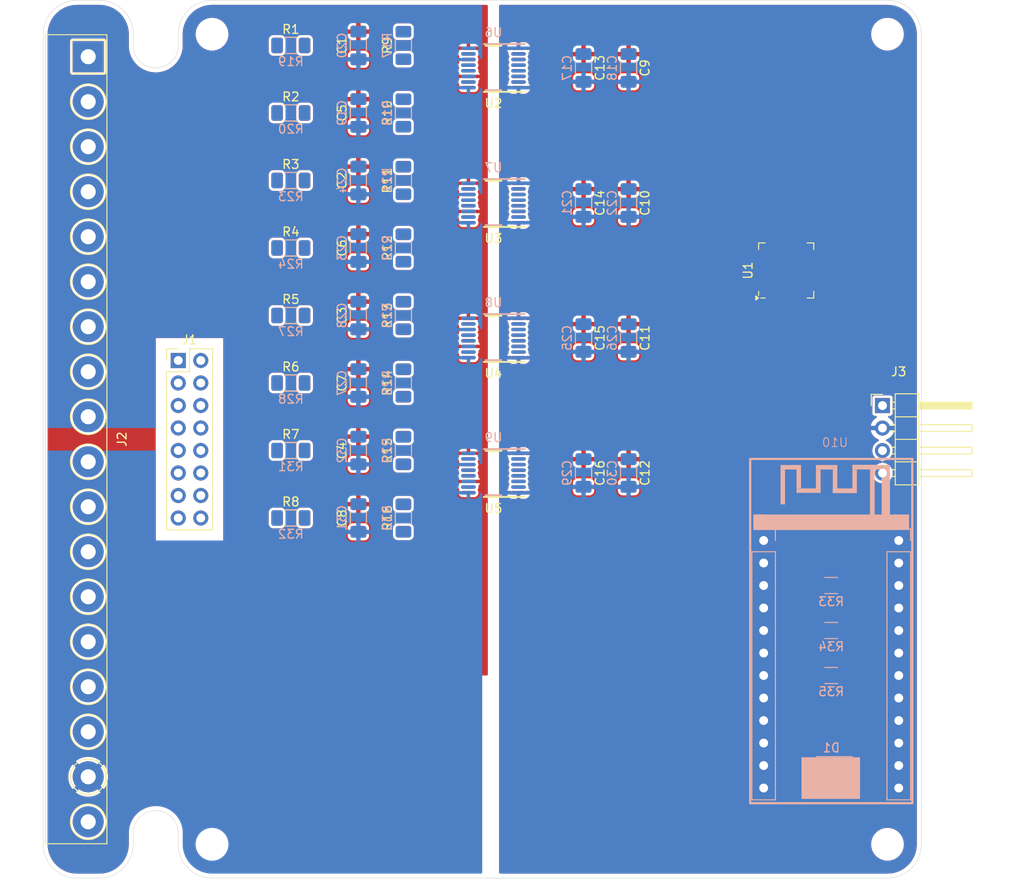
<source format=kicad_pcb>
(kicad_pcb (version 20240108) (generator "pcbnew") (generator_version "8.0")
  (layers (0 "F.Cu" signal) (31 "B.Cu" signal) (34 "B.Paste" user) (35 "F.Paste" user) (36 "B.SilkS" user "B.Silkscreen") (37 "F.SilkS" user "F.Silkscreen") (38 "B.Mask" user) (39 "F.Mask" user) (44 "Edge.Cuts" user))
  (net 0 "")
  (net 1 "FGND")
  (net 2 "/IN03")
  (net 3 "PE")
  (net 4 "/IN07")
  (net 5 "/IN14")
  (net 6 "/IN08")
  (net 7 "/IN16")
  (net 8 "/IN06")
  (net 9 "/IN10")
  (net 10 "/IN15")
  (net 11 "/IN13")
  (net 12 "/IN12")
  (net 13 "/IN05")
  (net 14 "/IN09")
  (net 15 "/IN04")
  (net 16 "/IN02")
  (net 17 "/IN11")
  (net 18 "/IN01")
  (net 19 "GND")
  (net 20 "+5V")
  (net 21 "/SCL")
  (net 22 "/SDA")
  (net 23 "/OUT02")
  (net 24 "/OUT01")
  (net 25 "/OUT16")
  (net 26 "/OUT09")
  (net 27 "/OUT07")
  (net 28 "/OUT04")
  (net 29 "/OUT15")
  (net 30 "/OUT03")
  (net 31 "/OUT06")
  (net 32 "/OUT12")
  (net 33 "/OUT10")
  (net 34 "/OUT14")
  (net 35 "/OUT13")
  (net 36 "/OUT11")
  (net 37 "/OUT05")
  (net 38 "/OUT08")
  (net 39 "/MOSI")
  (net 40 "/MISO")
  (net 41 "/CLK")
  (net 42 "/CS")
  (net 43 "Net-(U2-SENSE2)")
  (net 44 "Net-(U2-SENSE1)")
  (net 45 "Net-(U4-SENSE2)")
  (net 46 "Net-(U4-SENSE1)")
  (net 47 "Net-(U2-IN2)")
  (net 48 "Net-(U2-IN1)")
  (net 49 "Net-(U4-IN2)")
  (net 50 "Net-(U4-IN1)")
  (net 59 "Net-(U3-SENSE2)")
  (net 60 "Net-(U3-SENSE1)")
  (net 77 "Net-(U3-IN2)")
  (net 78 "Net-(U3-IN1)")
  (net 87 "Net-(U6-IN1)")
  (net 88 "Net-(U6-IN2)")
  (net 89 "Net-(U6-SENSE1)")
  (net 90 "Net-(U6-SENSE2)")
  (net 91 "Net-(U5-SENSE2)")
  (net 92 "Net-(U5-SENSE1)")
  (net 93 "Net-(U5-IN2)")
  (net 94 "Net-(U5-IN1)")
  (net 101 "Net-(U7-SENSE2)")
  (net 102 "Net-(U7-SENSE1)")
  (net 103 "Net-(U8-SENSE2)")
  (net 104 "Net-(U8-SENSE1)")
  (net 105 "Net-(U9-SENSE2)")
  (net 106 "Net-(U9-SENSE1)")
  (net 107 "Net-(U7-IN1)")
  (net 108 "Net-(U7-IN2)")
  (net 109 "Net-(U8-IN1)")
  (net 110 "Net-(U8-IN2)")
  (net 111 "Net-(U9-IN1)")
  (net 112 "Net-(U9-IN2)")
  (net 125 "Net-(D1-K)")
  (net 126 "Net-(J4-Pin_5)")
  (net 127 "Net-(J4-Pin_6)")
  (net 128 "Net-(J4-Pin_3)")
  (net 129 "/RST")
  (net 138 "+3.3V")
  (footprint "MountingHole:MountingHole_3.2mm_M3" (layer "F.Cu") (at 44.45 146.05)
    (property "Reference" "H4" (hide yes))
    (property "Value" "MountingHole")
    (pad "" np_thru_hole circle (at 0 0) (size 3.2 3.2) (drill 3.2) (layers "*.Cu" "*.Mask"))
  )
  (footprint "Resistor_SMD:R_1206_3216Metric_Pad1.30x1.75mm_HandSolder" (layer "F.Cu") (at 66.04 55.88 90)
    (property "Reference" "R9" (at 0 -1.82 90) (layer "F.SilkS"))
    (property "Value" "562R")
    (pad "1" smd roundrect (at -1.55 0 90) (size 1.3 1.75) (layers "F.Cu" "F.Paste" "F.Mask") (roundrect_rratio 0.192308) (net 43 "Net-(U2-SENSE2)"))
    (pad "2" smd roundrect (at 1.55 0 90) (size 1.3 1.75) (layers "F.Cu" "F.Paste" "F.Mask") (roundrect_rratio 0.192308) (net 47 "Net-(U2-IN2)"))
  )
  (footprint "Capacitor_SMD:C_1206_3216Metric_Pad1.33x1.80mm_HandSolder" (layer "F.Cu") (at 91.44 73.66 -90)
    (property "Reference" "C10" (at 0 -1.85 90) (layer "F.SilkS"))
    (property "Value" "100nF")
    (pad "1" smd roundrect (at -1.5625 0 270) (size 1.325 1.8) (layers "F.Cu" "F.Paste" "F.Mask") (roundrect_rratio 0.188679) (net 19 "GND"))
    (pad "2" smd roundrect (at 1.5625 0 270) (size 1.325 1.8) (layers "F.Cu" "F.Paste" "F.Mask") (roundrect_rratio 0.188679) (net 20 "+5V"))
  )
  (footprint "kicad_inventree_lib:DBQ0016A_M" (layer "F.Cu") (at 76.2 73.66 180)
    (property "Reference" "U3" (at 0 -4 0) (layer "F.SilkS"))
    (property "Value" "ISO1212DBQ")
    (pad "1" smd oval (at -2.825001 -2.2225 270) (size 0.399999 1.649999) (layers "F.Cu" "F.Paste" "F.Mask") (net 19 "GND"))
    (pad "2" smd oval (at -2.825001 -1.5875 270) (size 0.399999 1.649999) (layers "F.Cu" "F.Paste" "F.Mask") (net 20 "+5V"))
    (pad "3" smd oval (at -2.825001 -0.9525 270) (size 0.399999 1.649999) (layers "F.Cu" "F.Paste" "F.Mask") (net 20 "+5V"))
    (pad "4" smd oval (at -2.825001 -0.3175 270) (size 0.399999 1.649999) (layers "F.Cu" "F.Paste" "F.Mask") (net 28 "/OUT04"))
    (pad "5" smd oval (at -2.825001 0.3175 270) (size 0.399999 1.649999) (layers "F.Cu" "F.Paste" "F.Mask") (net 30 "/OUT03"))
    (pad "6" smd oval (at -2.825001 0.9525 270) (size 0.399999 1.649999) (layers "F.Cu" "F.Paste" "F.Mask"))
    (pad "7" smd oval (at -2.825001 1.5875 270) (size 0.399999 1.649999) (layers "F.Cu" "F.Paste" "F.Mask"))
    (pad "8" smd oval (at -2.825001 2.2225 270) (size 0.399999 1.649999) (layers "F.Cu" "F.Paste" "F.Mask") (net 19 "GND"))
    (pad "9" smd oval (at 2.824998 2.2225 270) (size 0.399999 1.649999) (layers "F.Cu" "F.Paste" "F.Mask") (net 1 "FGND"))
    (pad "10" smd oval (at 2.824998 1.5875 270) (size 0.399999 1.649999) (layers "F.Cu" "F.Paste" "F.Mask") (net 77 "Net-(U3-IN2)"))
    (pad "11" smd oval (at 2.824998 0.9525 270) (size 0.399999 1.649999) (layers "F.Cu" "F.Paste" "F.Mask") (net 59 "Net-(U3-SENSE2)"))
    (pad "12" smd oval (at 2.824998 0.3175 270) (size 0.399999 1.649999) (layers "F.Cu" "F.Paste" "F.Mask"))
    (pad "13" smd oval (at 2.824998 -0.3175 270) (size 0.399999 1.649999) (layers "F.Cu" "F.Paste" "F.Mask"))
    (pad "14" smd oval (at 2.824998 -0.9525 270) (size 0.399999 1.649999) (layers "F.Cu" "F.Paste" "F.Mask") (net 1 "FGND"))
    (pad "15" smd oval (at 2.824998 -1.5875 270) (size 0.399999 1.649999) (layers "F.Cu" "F.Paste" "F.Mask") (net 78 "Net-(U3-IN1)"))
    (pad "16" smd oval (at 2.824998 -2.2225 270) (size 0.399999 1.649999) (layers "F.Cu" "F.Paste" "F.Mask") (net 60 "Net-(U3-SENSE1)"))
  )
  (footprint "Capacitor_SMD:C_1206_3216Metric_Pad1.33x1.80mm_HandSolder" (layer "F.Cu") (at 60.96 86.36 90)
    (property "Reference" "C3" (at 0 -1.85 90) (layer "F.SilkS"))
    (property "Value" "330nF")
    (pad "1" smd roundrect (at -1.5625 0 90) (size 1.325 1.8) (layers "F.Cu" "F.Paste" "F.Mask") (roundrect_rratio 0.188679) (net 45 "Net-(U4-SENSE2)"))
    (pad "2" smd roundrect (at 1.5625 0 90) (size 1.325 1.8) (layers "F.Cu" "F.Paste" "F.Mask") (roundrect_rratio 0.188679) (net 1 "FGND"))
  )
  (footprint "Resistor_SMD:R_1206_3216Metric_Pad1.30x1.75mm_HandSolder" (layer "F.Cu") (at 53.34 71.12)
    (property "Reference" "R3" (at 0 -1.82 0) (layer "F.SilkS"))
    (property "Value" "1k")
    (pad "1" smd roundrect (at -1.55 0) (size 1.3 1.75) (layers "F.Cu" "F.Paste" "F.Mask") (roundrect_rratio 0.192308) (net 2 "/IN03"))
    (pad "2" smd roundrect (at 1.55 0) (size 1.3 1.75) (layers "F.Cu" "F.Paste" "F.Mask") (roundrect_rratio 0.192308) (net 59 "Net-(U3-SENSE2)"))
  )
  (footprint "Resistor_SMD:R_1206_3216Metric_Pad1.30x1.75mm_HandSolder" (layer "F.Cu") (at 66.04 101.6 90)
    (property "Reference" "R15" (at 0 -1.82 90) (layer "F.SilkS"))
    (property "Value" "562R")
    (pad "1" smd roundrect (at -1.55 0 90) (size 1.3 1.75) (layers "F.Cu" "F.Paste" "F.Mask") (roundrect_rratio 0.192308) (net 91 "Net-(U5-SENSE2)"))
    (pad "2" smd roundrect (at 1.55 0 90) (size 1.3 1.75) (layers "F.Cu" "F.Paste" "F.Mask") (roundrect_rratio 0.192308) (net 93 "Net-(U5-IN2)"))
  )
  (footprint "Capacitor_SMD:C_1206_3216Metric_Pad1.33x1.80mm_HandSolder" (layer "F.Cu") (at 60.96 93.98 90)
    (property "Reference" "C7" (at 0 -1.85 90) (layer "F.SilkS"))
    (property "Value" "330nF")
    (pad "1" smd roundrect (at -1.5625 0 90) (size 1.325 1.8) (layers "F.Cu" "F.Paste" "F.Mask") (roundrect_rratio 0.188679) (net 46 "Net-(U4-SENSE1)"))
    (pad "2" smd roundrect (at 1.5625 0 90) (size 1.325 1.8) (layers "F.Cu" "F.Paste" "F.Mask") (roundrect_rratio 0.188679) (net 1 "FGND"))
  )
  (footprint "Capacitor_SMD:C_1206_3216Metric_Pad1.33x1.80mm_HandSolder" (layer "F.Cu") (at 91.44 104.14 -90)
    (property "Reference" "C12" (at 0 -1.85 90) (layer "F.SilkS"))
    (property "Value" "100nF")
    (pad "1" smd roundrect (at -1.5625 0 270) (size 1.325 1.8) (layers "F.Cu" "F.Paste" "F.Mask") (roundrect_rratio 0.188679) (net 19 "GND"))
    (pad "2" smd roundrect (at 1.5625 0 270) (size 1.325 1.8) (layers "F.Cu" "F.Paste" "F.Mask") (roundrect_rratio 0.188679) (net 20 "+5V"))
  )
  (footprint "Capacitor_SMD:C_1206_3216Metric_Pad1.33x1.80mm_HandSolder" (layer "F.Cu") (at 60.96 109.22 90)
    (property "Reference" "C8" (at 0 -1.85 90) (layer "F.SilkS"))
    (property "Value" "330nF")
    (pad "1" smd roundrect (at -1.5625 0 90) (size 1.325 1.8) (layers "F.Cu" "F.Paste" "F.Mask") (roundrect_rratio 0.188679) (net 92 "Net-(U5-SENSE1)"))
    (pad "2" smd roundrect (at 1.5625 0 90) (size 1.325 1.8) (layers "F.Cu" "F.Paste" "F.Mask") (roundrect_rratio 0.188679) (net 1 "FGND"))
  )
  (footprint "kicad_inventree_lib:DBQ0016A_M" (layer "F.Cu") (at 76.2 104.14 180)
    (property "Reference" "U5" (at 0 -4 0) (layer "F.SilkS"))
    (property "Value" "ISO1212DBQ")
    (pad "1" smd oval (at -2.825001 -2.2225 270) (size 0.399999 1.649999) (layers "F.Cu" "F.Paste" "F.Mask") (net 19 "GND"))
    (pad "2" smd oval (at -2.825001 -1.5875 270) (size 0.399999 1.649999) (layers "F.Cu" "F.Paste" "F.Mask") (net 20 "+5V"))
    (pad "3" smd oval (at -2.825001 -0.9525 270) (size 0.399999 1.649999) (layers "F.Cu" "F.Paste" "F.Mask") (net 20 "+5V"))
    (pad "4" smd oval (at -2.825001 -0.3175 270) (size 0.399999 1.649999) (layers "F.Cu" "F.Paste" "F.Mask") (net 38 "/OUT08"))
    (pad "5" smd oval (at -2.825001 0.3175 270) (size 0.399999 1.649999) (layers "F.Cu" "F.Paste" "F.Mask") (net 27 "/OUT07"))
    (pad "6" smd oval (at -2.825001 0.9525 270) (size 0.399999 1.649999) (layers "F.Cu" "F.Paste" "F.Mask"))
    (pad "7" smd oval (at -2.825001 1.5875 270) (size 0.399999 1.649999) (layers "F.Cu" "F.Paste" "F.Mask"))
    (pad "8" smd oval (at -2.825001 2.2225 270) (size 0.399999 1.649999) (layers "F.Cu" "F.Paste" "F.Mask") (net 19 "GND"))
    (pad "9" smd oval (at 2.824998 2.2225 270) (size 0.399999 1.649999) (layers "F.Cu" "F.Paste" "F.Mask") (net 1 "FGND"))
    (pad "10" smd oval (at 2.824998 1.5875 270) (size 0.399999 1.649999) (layers "F.Cu" "F.Paste" "F.Mask") (net 93 "Net-(U5-IN2)"))
    (pad "11" smd oval (at 2.824998 0.9525 270) (size 0.399999 1.649999) (layers "F.Cu" "F.Paste" "F.Mask") (net 91 "Net-(U5-SENSE2)"))
    (pad "12" smd oval (at 2.824998 0.3175 270) (size 0.399999 1.649999) (layers "F.Cu" "F.Paste" "F.Mask"))
    (pad "13" smd oval (at 2.824998 -0.3175 270) (size 0.399999 1.649999) (layers "F.Cu" "F.Paste" "F.Mask"))
    (pad "14" smd oval (at 2.824998 -0.9525 270) (size 0.399999 1.649999) (layers "F.Cu" "F.Paste" "F.Mask") (net 1 "FGND"))
    (pad "15" smd oval (at 2.824998 -1.5875 270) (size 0.399999 1.649999) (layers "F.Cu" "F.Paste" "F.Mask") (net 94 "Net-(U5-IN1)"))
    (pad "16" smd oval (at 2.824998 -2.2225 270) (size 0.399999 1.649999) (layers "F.Cu" "F.Paste" "F.Mask") (net 92 "Net-(U5-SENSE1)"))
  )
  (footprint "Capacitor_SMD:C_1206_3216Metric_Pad1.33x1.80mm_HandSolder" (layer "F.Cu") (at 86.36 58.42 -90)
    (property "Reference" "C13" (at 0 -1.85 90) (layer "F.SilkS"))
    (property "Value" "1uF")
    (pad "1" smd roundrect (at -1.5625 0 270) (size 1.325 1.8) (layers "F.Cu" "F.Paste" "F.Mask") (roundrect_rratio 0.188679) (net 19 "GND"))
    (pad "2" smd roundrect (at 1.5625 0 270) (size 1.325 1.8) (layers "F.Cu" "F.Paste" "F.Mask") (roundrect_rratio 0.188679) (net 20 "+5V"))
  )
  (footprint "Resistor_SMD:R_1206_3216Metric_Pad1.30x1.75mm_HandSolder" (layer "F.Cu") (at 53.34 55.88)
    (property "Reference" "R1" (at 0 -1.82 0) (layer "F.SilkS"))
    (property "Value" "1k")
    (pad "1" smd roundrect (at -1.55 0) (size 1.3 1.75) (layers "F.Cu" "F.Paste" "F.Mask") (roundrect_rratio 0.192308) (net 18 "/IN01"))
    (pad "2" smd roundrect (at 1.55 0) (size 1.3 1.75) (layers "F.Cu" "F.Paste" "F.Mask") (roundrect_rratio 0.192308) (net 43 "Net-(U2-SENSE2)"))
  )
  (footprint "Capacitor_SMD:C_1206_3216Metric_Pad1.33x1.80mm_HandSolder" (layer "F.Cu") (at 60.96 71.12 90)
    (property "Reference" "C2" (at 0 -1.85 90) (layer "F.SilkS"))
    (property "Value" "330nF")
    (pad "1" smd roundrect (at -1.5625 0 90) (size 1.325 1.8) (layers "F.Cu" "F.Paste" "F.Mask") (roundrect_rratio 0.188679) (net 59 "Net-(U3-SENSE2)"))
    (pad "2" smd roundrect (at 1.5625 0 90) (size 1.325 1.8) (layers "F.Cu" "F.Paste" "F.Mask") (roundrect_rratio 0.188679) (net 1 "FGND"))
  )
  (footprint "Capacitor_SMD:C_1206_3216Metric_Pad1.33x1.80mm_HandSolder" (layer "F.Cu") (at 60.96 101.6 90)
    (property "Reference" "C4" (at 0 -1.85 90) (layer "F.SilkS"))
    (property "Value" "330nF")
    (pad "1" smd roundrect (at -1.5625 0 90) (size 1.325 1.8) (layers "F.Cu" "F.Paste" "F.Mask") (roundrect_rratio 0.188679) (net 91 "Net-(U5-SENSE2)"))
    (pad "2" smd roundrect (at 1.5625 0 90) (size 1.325 1.8) (layers "F.Cu" "F.Paste" "F.Mask") (roundrect_rratio 0.188679) (net 1 "FGND"))
  )
  (footprint "Resistor_SMD:R_1206_3216Metric_Pad1.30x1.75mm_HandSolder" (layer "F.Cu") (at 66.04 109.22 90)
    (property "Reference" "R16" (at 0 -1.82 90) (layer "F.SilkS"))
    (property "Value" "562R")
    (pad "1" smd roundrect (at -1.55 0 90) (size 1.3 1.75) (layers "F.Cu" "F.Paste" "F.Mask") (roundrect_rratio 0.192308) (net 92 "Net-(U5-SENSE1)"))
    (pad "2" smd roundrect (at 1.55 0 90) (size 1.3 1.75) (layers "F.Cu" "F.Paste" "F.Mask") (roundrect_rratio 0.192308) (net 94 "Net-(U5-IN1)"))
  )
  (footprint "Resistor_SMD:R_1206_3216Metric_Pad1.30x1.75mm_HandSolder" (layer "F.Cu") (at 53.34 93.98)
    (property "Reference" "R6" (at 0 -1.82 0) (layer "F.SilkS"))
    (property "Value" "1k")
    (pad "1" smd roundrect (at -1.55 0) (size 1.3 1.75) (layers "F.Cu" "F.Paste" "F.Mask") (roundrect_rratio 0.192308) (net 8 "/IN06"))
    (pad "2" smd roundrect (at 1.55 0) (size 1.3 1.75) (layers "F.Cu" "F.Paste" "F.Mask") (roundrect_rratio 0.192308) (net 46 "Net-(U4-SENSE1)"))
  )
  (footprint "NextPCB:Degson_2EDGR-5.08-18P" (layer "F.Cu") (at 30.48 57.15 -90)
    (property "Reference" "J2" (at 43.18 -3.81 90) (layer "F.SilkS"))
    (property "Value" "2EDGR-5.08-18P")
    (pad "1" thru_hole rect (at 0 0 270) (size 3.5 3.5) (drill 1.7) (layers "*.Cu" "*.Mask") (net 18 "/IN01"))
    (pad "2" thru_hole circle (at 5.08 0 270) (size 3.5 3.5) (drill 1.7) (layers "*.Cu" "*.Mask") (net 16 "/IN02"))
    (pad "3" thru_hole circle (at 10.16 0 270) (size 3.5 3.5) (drill 1.7) (layers "*.Cu" "*.Mask") (net 2 "/IN03"))
    (pad "4" thru_hole circle (at 15.24 0 270) (size 3.5 3.5) (drill 1.7) (layers "*.Cu" "*.Mask") (net 15 "/IN04"))
    (pad "5" thru_hole circle (at 20.32 0 270) (size 3.5 3.5) (drill 1.7) (layers "*.Cu" "*.Mask") (net 13 "/IN05"))
    (pad "6" thru_hole circle (at 25.4 0 270) (size 3.5 3.5) (drill 1.7) (layers "*.Cu" "*.Mask") (net 8 "/IN06"))
    (pad "7" thru_hole circle (at 30.48 0 270) (size 3.5 3.5) (drill 1.7) (layers "*.Cu" "*.Mask") (net 4 "/IN07"))
    (pad "8" thru_hole circle (at 35.56 0 270) (size 3.5 3.5) (drill 1.7) (layers "*.Cu" "*.Mask") (net 6 "/IN08"))
    (pad "9" thru_hole circle (at 40.64 0 270) (size 3.5 3.5) (drill 1.7) (layers "*.Cu" "*.Mask") (net 14 "/IN09"))
    (pad "10" thru_hole circle (at 45.72 0 270) (size 3.5 3.5) (drill 1.7) (layers "*.Cu" "*.Mask") (net 9 "/IN10"))
    (pad "11" thru_hole circle (at 50.8 0 270) (size 3.5 3.5) (drill 1.7) (layers "*.Cu" "*.Mask") (net 17 "/IN11"))
    (pad "12" thru_hole circle (at 55.88 0 270) (size 3.5 3.5) (drill 1.7) (layers "*.Cu" "*.Mask") (net 12 "/IN12"))
    (pad "13" thru_hole circle (at 60.96 0 270) (size 3.5 3.5) (drill 1.7) (layers "*.Cu" "*.Mask") (net 11 "/IN13"))
    (pad "14" thru_hole circle (at 66.04 0 270) (size 3.5 3.5) (drill 1.7) (layers "*.Cu" "*.Mask") (net 5 "/IN14"))
    (pad "15" thru_hole circle (at 71.12 0 270) (size 3.5 3.5) (drill 1.7) (layers "*.Cu" "*.Mask") (net 10 "/IN15"))
    (pad "16" thru_hole circle (at 76.2 0 270) (size 3.5 3.5) (drill 1.7) (layers "*.Cu" "*.Mask") (net 7 "/IN16"))
    (pad "17" thru_hole circle (at 81.28 0 270) (size 3.5 3.5) (drill 1.7) (layers "*.Cu" "*.Mask") (net 1 "FGND"))
    (pad "18" thru_hole circle (at 86.36 0 270) (size 3.5 3.5) (drill 1.7) (layers "*.Cu" "*.Mask") (net 3 "PE"))
  )
  (footprint "Capacitor_SMD:C_1206_3216Metric_Pad1.33x1.80mm_HandSolder" (layer "F.Cu") (at 60.96 55.88 90)
    (property "Reference" "C1" (at 0 -1.85 90) (layer "F.SilkS"))
    (property "Value" "330nF")
    (pad "1" smd roundrect (at -1.5625 0 90) (size 1.325 1.8) (layers "F.Cu" "F.Paste" "F.Mask") (roundrect_rratio 0.188679) (net 43 "Net-(U2-SENSE2)"))
    (pad "2" smd roundrect (at 1.5625 0 90) (size 1.325 1.8) (layers "F.Cu" "F.Paste" "F.Mask") (roundrect_rratio 0.188679) (net 1 "FGND"))
  )
  (footprint "Resistor_SMD:R_1206_3216Metric_Pad1.30x1.75mm_HandSolder" (layer "F.Cu") (at 66.04 63.5 90)
    (property "Reference" "R10" (at 0 -1.82 90) (layer "F.SilkS"))
    (property "Value" "562R")
    (pad "1" smd roundrect (at -1.55 0 90) (size 1.3 1.75) (layers "F.Cu" "F.Paste" "F.Mask") (roundrect_rratio 0.192308) (net 44 "Net-(U2-SENSE1)"))
    (pad "2" smd roundrect (at 1.55 0 90) (size 1.3 1.75) (layers "F.Cu" "F.Paste" "F.Mask") (roundrect_rratio 0.192308) (net 48 "Net-(U2-IN1)"))
  )
  (footprint "MountingHole:MountingHole_3.2mm_M3" (layer "F.Cu") (at 44.45 54.61)
    (property "Reference" "H1" (hide yes))
    (property "Value" "MountingHole")
    (pad "" np_thru_hole circle (at 0 0) (size 3.2 3.2) (drill 3.2) (layers "*.Cu" "*.Mask"))
  )
  (footprint "Resistor_SMD:R_1206_3216Metric_Pad1.30x1.75mm_HandSolder" (layer "F.Cu") (at 53.34 86.36)
    (property "Reference" "R5" (at 0 -1.82 0) (layer "F.SilkS"))
    (property "Value" "1k")
    (pad "1" smd roundrect (at -1.55 0) (size 1.3 1.75) (layers "F.Cu" "F.Paste" "F.Mask") (roundrect_rratio 0.192308) (net 13 "/IN05"))
    (pad "2" smd roundrect (at 1.55 0) (size 1.3 1.75) (layers "F.Cu" "F.Paste" "F.Mask") (roundrect_rratio 0.192308) (net 45 "Net-(U4-SENSE2)"))
  )
  (footprint "MountingHole:MountingHole_3.2mm_M3" (layer "F.Cu") (at 120.65 146.05)
    (property "Reference" "H3" (hide yes))
    (property "Value" "MountingHole")
    (pad "" np_thru_hole circle (at 0 0) (size 3.2 3.2) (drill 3.2) (layers "*.Cu" "*.Mask"))
  )
  (footprint "kicad_inventree_lib:PM-front-02x08" (layer "F.Cu") (at 40.64 91.44)
    (property "Reference" "J1" (at 1.27 -2.33 0) (layer "F.SilkS"))
    (property "Value" "~")
    (pad "1" thru_hole rect (at 0 0) (size 1.7 1.7) (drill 1) (layers "*.Cu" "*.Mask"))
    (pad "2" thru_hole oval (at 2.54 0) (size 1.7 1.7) (drill 1) (layers "*.Cu" "*.Mask"))
    (pad "3" thru_hole oval (at 0 2.54) (size 1.7 1.7) (drill 1) (layers "*.Cu" "*.Mask"))
    (pad "4" thru_hole oval (at 2.54 2.54) (size 1.7 1.7) (drill 1) (layers "*.Cu" "*.Mask"))
    (pad "5" thru_hole oval (at 0 5.08) (size 1.7 1.7) (drill 1) (layers "*.Cu" "*.Mask"))
    (pad "6" thru_hole oval (at 2.54 5.08) (size 1.7 1.7) (drill 1) (layers "*.Cu" "*.Mask"))
    (pad "7" thru_hole oval (at 0 7.62) (size 1.7 1.7) (drill 1) (layers "*.Cu" "*.Mask"))
    (pad "8" thru_hole oval (at 2.54 7.62) (size 1.7 1.7) (drill 1) (layers "*.Cu" "*.Mask"))
    (pad "9" thru_hole oval (at 0 10.16) (size 1.7 1.7) (drill 1) (layers "*.Cu" "*.Mask"))
    (pad "10" thru_hole oval (at 2.54 10.16) (size 1.7 1.7) (drill 1) (layers "*.Cu" "*.Mask"))
    (pad "11" thru_hole oval (at 0 12.7) (size 1.7 1.7) (drill 1) (layers "*.Cu" "*.Mask"))
    (pad "12" thru_hole oval (at 2.54 12.7) (size 1.7 1.7) (drill 1) (layers "*.Cu" "*.Mask"))
    (pad "13" thru_hole oval (at 0 15.24) (size 1.7 1.7) (drill 1) (layers "*.Cu" "*.Mask"))
    (pad "14" thru_hole oval (at 2.54 15.24) (size 1.7 1.7) (drill 1) (layers "*.Cu" "*.Mask"))
    (pad "15" thru_hole oval (at 0 17.78) (size 1.7 1.7) (drill 1) (layers "*.Cu" "*.Mask"))
    (pad "16" thru_hole oval (at 2.54 17.78) (size 1.7 1.7) (drill 1) (layers "*.Cu" "*.Mask"))
  )
  (footprint "Capacitor_SMD:C_1206_3216Metric_Pad1.33x1.80mm_HandSolder" (layer "F.Cu") (at 60.96 78.74 90)
    (property "Reference" "C6" (at 0 -1.85 90) (layer "F.SilkS"))
    (property "Value" "330nF")
    (pad "1" smd roundrect (at -1.5625 0 90) (size 1.325 1.8) (layers "F.Cu" "F.Paste" "F.Mask") (roundrect_rratio 0.188679) (net 60 "Net-(U3-SENSE1)"))
    (pad "2" smd roundrect (at 1.5625 0 90) (size 1.325 1.8) (layers "F.Cu" "F.Paste" "F.Mask") (roundrect_rratio 0.188679) (net 1 "FGND"))
  )
  (footprint "Resistor_SMD:R_1206_3216Metric_Pad1.30x1.75mm_HandSolder" (layer "F.Cu") (at 53.34 101.6)
    (property "Reference" "R7" (at 0 -1.82 0) (layer "F.SilkS"))
    (property "Value" "1k")
    (pad "1" smd roundrect (at -1.55 0) (size 1.3 1.75) (layers "F.Cu" "F.Paste" "F.Mask") (roundrect_rratio 0.192308) (net 4 "/IN07"))
    (pad "2" smd roundrect (at 1.55 0) (size 1.3 1.75) (layers "F.Cu" "F.Paste" "F.Mask") (roundrect_rratio 0.192308) (net 91 "Net-(U5-SENSE2)"))
  )
  (footprint "Resistor_SMD:R_1206_3216Metric_Pad1.30x1.75mm_HandSolder" (layer "F.Cu") (at 53.34 78.74)
    (property "Reference" "R4" (at 0 -1.82 0) (layer "F.SilkS"))
    (property "Value" "1k")
    (pad "1" smd roundrect (at -1.55 0) (size 1.3 1.75) (layers "F.Cu" "F.Paste" "F.Mask") (roundrect_rratio 0.192308) (net 15 "/IN04"))
    (pad "2" smd roundrect (at 1.55 0) (size 1.3 1.75) (layers "F.Cu" "F.Paste" "F.Mask") (roundrect_rratio 0.192308) (net 60 "Net-(U3-SENSE1)"))
  )
  (footprint "Resistor_SMD:R_1206_3216Metric_Pad1.30x1.75mm_HandSolder" (layer "F.Cu") (at 66.04 93.98 90)
    (property "Reference" "R14" (at 0 -1.82 90) (layer "F.SilkS"))
    (property "Value" "562R")
    (pad "1" smd roundrect (at -1.55 0 90) (size 1.3 1.75) (layers "F.Cu" "F.Paste" "F.Mask") (roundrect_rratio 0.192308) (net 46 "Net-(U4-SENSE1)"))
    (pad "2" smd roundrect (at 1.55 0 90) (size 1.3 1.75) (layers "F.Cu" "F.Paste" "F.Mask") (roundrect_rratio 0.192308) (net 50 "Net-(U4-IN1)"))
  )
  (footprint "Resistor_SMD:R_1206_3216Metric_Pad1.30x1.75mm_HandSolder" (layer "F.Cu") (at 53.34 63.5)
    (property "Reference" "R2" (at 0 -1.82 0) (layer "F.SilkS"))
    (property "Value" "1k")
    (pad "1" smd roundrect (at -1.55 0) (size 1.3 1.75) (layers "F.Cu" "F.Paste" "F.Mask") (roundrect_rratio 0.192308) (net 16 "/IN02"))
    (pad "2" smd roundrect (at 1.55 0) (size 1.3 1.75) (layers "F.Cu" "F.Paste" "F.Mask") (roundrect_rratio 0.192308) (net 44 "Net-(U2-SENSE1)"))
  )
  (footprint "Capacitor_SMD:C_1206_3216Metric_Pad1.33x1.80mm_HandSolder" (layer "F.Cu") (at 86.36 104.14 -90)
    (property "Reference" "C16" (at 0 -1.85 90) (layer "F.SilkS"))
    (property "Value" "1uF")
    (pad "1" smd roundrect (at -1.5625 0 270) (size 1.325 1.8) (layers "F.Cu" "F.Paste" "F.Mask") (roundrect_rratio 0.188679) (net 19 "GND"))
    (pad "2" smd roundrect (at 1.5625 0 270) (size 1.325 1.8) (layers "F.Cu" "F.Paste" "F.Mask") (roundrect_rratio 0.188679) (net 20 "+5V"))
  )
  (footprint "Capacitor_SMD:C_1206_3216Metric_Pad1.33x1.80mm_HandSolder" (layer "F.Cu") (at 91.44 58.42 -90)
    (property "Reference" "C9" (at 0 -1.85 90) (layer "F.SilkS"))
    (property "Value" "100nF")
    (pad "1" smd roundrect (at -1.5625 0 270) (size 1.325 1.8) (layers "F.Cu" "F.Paste" "F.Mask") (roundrect_rratio 0.188679) (net 19 "GND"))
    (pad "2" smd roundrect (at 1.5625 0 270) (size 1.325 1.8) (layers "F.Cu" "F.Paste" "F.Mask") (roundrect_rratio 0.188679) (net 20 "+5V"))
  )
  (footprint "kicad_inventree_lib:DBQ0016A_M" (layer "F.Cu") (at 76.2 88.9 180)
    (property "Reference" "U4" (at 0 -4 0) (layer "F.SilkS"))
    (property "Value" "ISO1212DBQ")
    (pad "1" smd oval (at -2.825001 -2.2225 270) (size 0.399999 1.649999) (layers "F.Cu" "F.Paste" "F.Mask") (net 19 "GND"))
    (pad "2" smd oval (at -2.825001 -1.5875 270) (size 0.399999 1.649999) (layers "F.Cu" "F.Paste" "F.Mask") (net 20 "+5V"))
    (pad "3" smd oval (at -2.825001 -0.9525 270) (size 0.399999 1.649999) (layers "F.Cu" "F.Paste" "F.Mask") (net 20 "+5V"))
    (pad "4" smd oval (at -2.825001 -0.3175 270) (size 0.399999 1.649999) (layers "F.Cu" "F.Paste" "F.Mask") (net 31 "/OUT06"))
    (pad "5" smd oval (at -2.825001 0.3175 270) (size 0.399999 1.649999) (layers "F.Cu" "F.Paste" "F.Mask") (net 37 "/OUT05"))
    (pad "6" smd oval (at -2.825001 0.9525 270) (size 0.399999 1.649999) (layers "F.Cu" "F.Paste" "F.Mask"))
    (pad "7" smd oval (at -2.825001 1.5875 270) (size 0.399999 1.649999) (layers "F.Cu" "F.Paste" "F.Mask"))
    (pad "8" smd oval (at -2.825001 2.2225 270) (size 0.399999 1.649999) (layers "F.Cu" "F.Paste" "F.Mask") (net 19 "GND"))
    (pad "9" smd oval (at 2.824998 2.2225 270) (size 0.399999 1.649999) (layers "F.Cu" "F.Paste" "F.Mask") (net 1 "FGND"))
    (pad "10" smd oval (at 2.824998 1.5875 270) (size 0.399999 1.649999) (layers "F.Cu" "F.Paste" "F.Mask") (net 49 "Net-(U4-IN2)"))
    (pad "11" smd oval (at 2.824998 0.9525 270) (size 0.399999 1.649999) (layers "F.Cu" "F.Paste" "F.Mask") (net 45 "Net-(U4-SENSE2)"))
    (pad "12" smd oval (at 2.824998 0.3175 270) (size 0.399999 1.649999) (layers "F.Cu" "F.Paste" "F.Mask"))
    (pad "13" smd oval (at 2.824998 -0.3175 270) (size 0.399999 1.649999) (layers "F.Cu" "F.Paste" "F.Mask"))
    (pad "14" smd oval (at 2.824998 -0.9525 270) (size 0.399999 1.649999) (layers "F.Cu" "F.Paste" "F.Mask") (net 1 "FGND"))
    (pad "15" smd oval (at 2.824998 -1.5875 270) (size 0.399999 1.649999) (layers "F.Cu" "F.Paste" "F.Mask") (net 50 "Net-(U4-IN1)"))
    (pad "16" smd oval (at 2.824998 -2.2225 270) (size 0.399999 1.649999) (layers "F.Cu" "F.Paste" "F.Mask") (net 46 "Net-(U4-SENSE1)"))
  )
  (footprint "Capacitor_SMD:C_1206_3216Metric_Pad1.33x1.80mm_HandSolder" (layer "F.Cu") (at 86.36 73.66 -90)
    (property "Reference" "C14" (at 0 -1.85 90) (layer "F.SilkS"))
    (property "Value" "1uF")
    (pad "1" smd roundrect (at -1.5625 0 270) (size 1.325 1.8) (layers "F.Cu" "F.Paste" "F.Mask") (roundrect_rratio 0.188679) (net 19 "GND"))
    (pad "2" smd roundrect (at 1.5625 0 270) (size 1.325 1.8) (layers "F.Cu" "F.Paste" "F.Mask") (roundrect_rratio 0.188679) (net 20 "+5V"))
  )
  (footprint "Connector_PinHeader_2.54mm:PinHeader_1x04_P2.54mm_Horizontal" (layer "F.Cu") (at 120.085 96.53)
    (property "Reference" "J3" (at 1.835 -3.82 0) (layer "F.SilkS"))
    (property "Value" "Conn_01x04_Pin")
    (pad "1" thru_hole rect (at 0 0) (size 1.7 1.7) (drill 1) (layers "*.Cu" "*.Mask") (net 20 "+5V"))
    (pad "2" thru_hole oval (at 0 2.54) (size 1.7 1.7) (drill 1) (layers "*.Cu" "*.Mask") (net 19 "GND"))
    (pad "3" thru_hole oval (at 0 5.08) (size 1.7 1.7) (drill 1) (layers "*.Cu" "*.Mask") (net 22 "/SDA"))
    (pad "4" thru_hole oval (at 0 7.62) (size 1.7 1.7) (drill 1) (layers "*.Cu" "*.Mask") (net 21 "/SCL"))
  )
  (footprint "Capacitor_SMD:C_1206_3216Metric_Pad1.33x1.80mm_HandSolder" (layer "F.Cu") (at 86.36 88.9 -90)
    (property "Reference" "C15" (at 0 -1.85 90) (layer "F.SilkS"))
    (property "Value" "1uF")
    (pad "1" smd roundrect (at -1.5625 0 270) (size 1.325 1.8) (layers "F.Cu" "F.Paste" "F.Mask") (roundrect_rratio 0.188679) (net 19 "GND"))
    (pad "2" smd roundrect (at 1.5625 0 270) (size 1.325 1.8) (layers "F.Cu" "F.Paste" "F.Mask") (roundrect_rratio 0.188679) (net 20 "+5V"))
  )
  (footprint "Capacitor_SMD:C_1206_3216Metric_Pad1.33x1.80mm_HandSolder" (layer "F.Cu") (at 60.96 63.5 90)
    (property "Reference" "C5" (at 0 -1.85 90) (layer "F.SilkS"))
    (property "Value" "330nF")
    (pad "1" smd roundrect (at -1.5625 0 90) (size 1.325 1.8) (layers "F.Cu" "F.Paste" "F.Mask") (roundrect_rratio 0.188679) (net 44 "Net-(U2-SENSE1)"))
    (pad "2" smd roundrect (at 1.5625 0 90) (size 1.325 1.8) (layers "F.Cu" "F.Paste" "F.Mask") (roundrect_rratio 0.188679) (net 1 "FGND"))
  )
  (footprint "kicad_inventree_lib:DBQ0016A_M" (layer "F.Cu") (at 76.2 58.42 180)
    (property "Reference" "U2" (at 0 -4 0) (layer "F.SilkS"))
    (property "Value" "ISO1212DBQ")
    (pad "1" smd oval (at -2.825001 -2.2225 270) (size 0.399999 1.649999) (layers "F.Cu" "F.Paste" "F.Mask") (net 19 "GND"))
    (pad "2" smd oval (at -2.825001 -1.5875 270) (size 0.399999 1.649999) (layers "F.Cu" "F.Paste" "F.Mask") (net 20 "+5V"))
    (pad "3" smd oval (at -2.825001 -0.9525 270) (size 0.399999 1.649999) (layers "F.Cu" "F.Paste" "F.Mask") (net 20 "+5V"))
    (pad "4" smd oval (at -2.825001 -0.3175 270) (size 0.399999 1.649999) (layers "F.Cu" "F.Paste" "F.Mask") (net 23 "/OUT02"))
    (pad "5" smd oval (at -2.825001 0.3175 270) (size 0.399999 1.649999) (layers "F.Cu" "F.Paste" "F.Mask") (net 24 "/OUT01"))
    (pad "6" smd oval (at -2.825001 0.9525 270) (size 0.399999 1.649999) (layers "F.Cu" "F.Paste" "F.Mask"))
    (pad "7" smd oval (at -2.825001 1.5875 270) (size 0.399999 1.649999) (layers "F.Cu" "F.Paste" "F.Mask"))
    (pad "8" smd oval (at -2.825001 2.2225 270) (size 0.399999 1.649999) (layers "F.Cu" "F.Paste" "F.Mask") (net 19 "GND"))
    (pad "9" smd oval (at 2.824998 2.2225 270) (size 0.399999 1.649999) (layers "F.Cu" "F.Paste" "F.Mask") (net 1 "FGND"))
    (pad "10" smd oval (at 2.824998 1.5875 270) (size 0.399999 1.649999) (layers "F.Cu" "F.Paste" "F.Mask") (net 47 "Net-(U2-IN2)"))
    (pad "11" smd oval (at 2.824998 0.9525 270) (size 0.399999 1.649999) (layers "F.Cu" "F.Paste" "F.Mask") (net 43 "Net-(U2-SENSE2)"))
    (pad "12" smd oval (at 2.824998 0.3175 270) (size 0.399999 1.649999) (layers "F.Cu" "F.Paste" "F.Mask"))
    (pad "13" smd oval (at 2.824998 -0.3175 270) (size 0.399999 1.649999) (layers "F.Cu" "F.Paste" "F.Mask"))
    (pad "14" smd oval (at 2.824998 -0.9525 270) (size 0.399999 1.649999) (layers "F.Cu" "F.Paste" "F.Mask") (net 1 "FGND"))
    (pad "15" smd oval (at 2.824998 -1.5875 270) (size 0.399999 1.649999) (layers "F.Cu" "F.Paste" "F.Mask") (net 48 "Net-(U2-IN1)"))
    (pad "16" smd oval (at 2.824998 -2.2225 270) (size 0.399999 1.649999) (layers "F.Cu" "F.Paste" "F.Mask") (net 44 "Net-(U2-SENSE1)"))
  )
  (footprint "Package_DFN_QFN:QFN-28-1EP_6x6mm_P0.65mm_EP4.25x4.25mm" (layer "F.Cu") (at 109.22 81.28 90)
    (property "Reference" "U1" (at 0 -4.31 90) (layer "F.SilkS"))
    (property "Value" "MCP23S17_ML")
    (pad "1" smd roundrect (at -2.8375 -1.95 90) (size 1.025 0.3) (layers "F.Cu" "F.Paste" "F.Mask") (net 35 "/OUT13"))
    (pad "2" smd roundrect (at -2.8375 -1.3 90) (size 1.025 0.3) (layers "F.Cu" "F.Paste" "F.Mask") (net 34 "/OUT14"))
    (pad "3" smd roundrect (at -2.8375 -0.65 90) (size 1.025 0.3) (layers "F.Cu" "F.Paste" "F.Mask") (net 29 "/OUT15"))
    (pad "4" smd roundrect (at -2.8375 0 90) (size 1.025 0.3) (layers "F.Cu" "F.Paste" "F.Mask") (net 25 "/OUT16"))
    (pad "5" smd roundrect (at -2.8375 0.65 90) (size 1.025 0.3) (layers "F.Cu" "F.Paste" "F.Mask") (net 20 "+5V"))
    (pad "6" smd roundrect (at -2.8375 1.3 90) (size 1.025 0.3) (layers "F.Cu" "F.Paste" "F.Mask") (net 19 "GND"))
    (pad "7" smd roundrect (at -2.8375 1.95 90) (size 1.025 0.3) (layers "F.Cu" "F.Paste" "F.Mask") (net 42 "/CS"))
    (pad "8" smd roundrect (at -1.95 2.8375 90) (size 0.3 1.025) (layers "F.Cu" "F.Paste" "F.Mask") (net 41 "/CLK"))
    (pad "9" smd roundrect (at -1.3 2.8375 90) (size 0.3 1.025) (layers "F.Cu" "F.Paste" "F.Mask") (net 40 "/MISO"))
    (pad "10" smd roundrect (at -0.65 2.8375 90) (size 0.3 1.025) (layers "F.Cu" "F.Paste" "F.Mask") (net 39 "/MOSI"))
    (pad "11" smd roundrect (at 0 2.8375 90) (size 0.3 1.025) (layers "F.Cu" "F.Paste" "F.Mask") (net 19 "GND"))
    (pad "12" smd roundrect (at 0.65 2.8375 90) (size 0.3 1.025) (layers "F.Cu" "F.Paste" "F.Mask") (net 19 "GND"))
    (pad "13" smd roundrect (at 1.3 2.8375 90) (size 0.3 1.025) (layers "F.Cu" "F.Paste" "F.Mask") (net 19 "GND"))
    (pad "14" smd roundrect (at 1.95 2.8375 90) (size 0.3 1.025) (layers "F.Cu" "F.Paste" "F.Mask") (net 20 "+5V"))
    (pad "15" smd roundrect (at 2.8375 1.95 90) (size 1.025 0.3) (layers "F.Cu" "F.Paste" "F.Mask"))
    (pad "16" smd roundrect (at 2.8375 1.3 90) (size 1.025 0.3) (layers "F.Cu" "F.Paste" "F.Mask"))
    (pad "17" smd roundrect (at 2.8375 0.65 90) (size 1.025 0.3) (layers "F.Cu" "F.Paste" "F.Mask") (net 24 "/OUT01"))
    (pad "18" smd roundrect (at 2.8375 0 90) (size 1.025 0.3) (layers "F.Cu" "F.Paste" "F.Mask") (net 23 "/OUT02"))
    (pad "19" smd roundrect (at 2.8375 -0.65 90) (size 1.025 0.3) (layers "F.Cu" "F.Paste" "F.Mask") (net 30 "/OUT03"))
    (pad "20" smd roundrect (at 2.8375 -1.3 90) (size 1.025 0.3) (layers "F.Cu" "F.Paste" "F.Mask") (net 28 "/OUT04"))
    (pad "21" smd roundrect (at 2.8375 -1.95 90) (size 1.025 0.3) (layers "F.Cu" "F.Paste" "F.Mask") (net 37 "/OUT05"))
    (pad "22" smd roundrect (at 1.95 -2.8375 90) (size 0.3 1.025) (layers "F.Cu" "F.Paste" "F.Mask") (net 31 "/OUT06"))
    (pad "23" smd roundrect (at 1.3 -2.8375 90) (size 0.3 1.025) (layers "F.Cu" "F.Paste" "F.Mask") (net 27 "/OUT07"))
    (pad "24" smd roundrect (at 0.65 -2.8375 90) (size 0.3 1.025) (layers "F.Cu" "F.Paste" "F.Mask") (net 38 "/OUT08"))
    (pad "25" smd roundrect (at 0 -2.8375 90) (size 0.3 1.025) (layers "F.Cu" "F.Paste" "F.Mask") (net 26 "/OUT09"))
    (pad "26" smd roundrect (at -0.65 -2.8375 90) (size 0.3 1.025) (layers "F.Cu" "F.Paste" "F.Mask") (net 33 "/OUT10"))
    (pad "27" smd roundrect (at -1.3 -2.8375 90) (size 0.3 1.025) (layers "F.Cu" "F.Paste" "F.Mask") (net 36 "/OUT11"))
    (pad "28" smd roundrect (at -1.95 -2.8375 90) (size 0.3 1.025) (layers "F.Cu" "F.Paste" "F.Mask") (net 32 "/OUT12"))
    (pad "29" smd rect (at 0 0 90) (size 4.25 4.25) (property pad_prop_heatsink) (layers "F.Cu" "F.Mask") (net 19 "GND"))
  )
  (footprint "Resistor_SMD:R_1206_3216Metric_Pad1.30x1.75mm_HandSolder" (layer "F.Cu") (at 66.04 71.12 90)
    (property "Reference" "R11" (at 0 -1.82 90) (layer "F.SilkS"))
    (property "Value" "562R")
    (pad "1" smd roundrect (at -1.55 0 90) (size 1.3 1.75) (layers "F.Cu" "F.Paste" "F.Mask") (roundrect_rratio 0.192308) (net 59 "Net-(U3-SENSE2)"))
    (pad "2" smd roundrect (at 1.55 0 90) (size 1.3 1.75) (layers "F.Cu" "F.Paste" "F.Mask") (roundrect_rratio 0.192308) (net 77 "Net-(U3-IN2)"))
  )
  (footprint "Resistor_SMD:R_1206_3216Metric_Pad1.30x1.75mm_HandSolder" (layer "F.Cu") (at 66.04 86.36 90)
    (property "Reference" "R13" (at 0 -1.82 90) (layer "F.SilkS"))
    (property "Value" "562R")
    (pad "1" smd roundrect (at -1.55 0 90) (size 1.3 1.75) (layers "F.Cu" "F.Paste" "F.Mask") (roundrect_rratio 0.192308) (net 45 "Net-(U4-SENSE2)"))
    (pad "2" smd roundrect (at 1.55 0 90) (size 1.3 1.75) (layers "F.Cu" "F.Paste" "F.Mask") (roundrect_rratio 0.192308) (net 49 "Net-(U4-IN2)"))
  )
  (footprint "Resistor_SMD:R_1206_3216Metric_Pad1.30x1.75mm_HandSolder" (layer "F.Cu") (at 66.04 78.74 90)
    (property "Reference" "R12" (at 0 -1.82 90) (layer "F.SilkS"))
    (property "Value" "562R")
    (pad "1" smd roundrect (at -1.55 0 90) (size 1.3 1.75) (layers "F.Cu" "F.Paste" "F.Mask") (roundrect_rratio 0.192308) (net 60 "Net-(U3-SENSE1)"))
    (pad "2" smd roundrect (at 1.55 0 90) (size 1.3 1.75) (layers "F.Cu" "F.Paste" "F.Mask") (roundrect_rratio 0.192308) (net 78 "Net-(U3-IN1)"))
  )
  (footprint "MountingHole:MountingHole_3.2mm_M3" (layer "F.Cu") (at 120.65 54.61)
    (property "Reference" "H2" (hide yes))
    (property "Value" "MountingHole")
    (pad "" np_thru_hole circle (at 0 0) (size 3.2 3.2) (drill 3.2) (layers "*.Cu" "*.Mask"))
  )
  (footprint "Capacitor_SMD:C_1206_3216Metric_Pad1.33x1.80mm_HandSolder" (layer "F.Cu") (at 91.44 88.9 -90)
    (property "Reference" "C11" (at 0 -1.85 90) (layer "F.SilkS"))
    (property "Value" "100nF")
    (pad "1" smd roundrect (at -1.5625 0 270) (size 1.325 1.8) (layers "F.Cu" "F.Paste" "F.Mask") (roundrect_rratio 0.188679) (net 19 "GND"))
    (pad "2" smd roundrect (at 1.5625 0 270) (size 1.325 1.8) (layers "F.Cu" "F.Paste" "F.Mask") (roundrect_rratio 0.188679) (net 20 "+5V"))
  )
  (footprint "Resistor_SMD:R_1206_3216Metric_Pad1.30x1.75mm_HandSolder" (layer "F.Cu") (at 53.34 109.22)
    (property "Reference" "R8" (at 0 -1.82 0) (layer "F.SilkS"))
    (property "Value" "1k")
    (pad "1" smd roundrect (at -1.55 0) (size 1.3 1.75) (layers "F.Cu" "F.Paste" "F.Mask") (roundrect_rratio 0.192308) (net 6 "/IN08"))
    (pad "2" smd roundrect (at 1.55 0) (size 1.3 1.75) (layers "F.Cu" "F.Paste" "F.Mask") (roundrect_rratio 0.192308) (net 92 "Net-(U5-SENSE1)"))
  )
  (footprint "Capacitor_SMD:C_1206_3216Metric_Pad1.33x1.80mm_HandSolder" (layer "B.Cu") (at 91.44 73.66 -90)
    (property "Reference" "C22" (at 0 1.85 90) (layer "B.SilkS") (effects (justify mirror)))
    (property "Value" "100nF")
    (pad "1" smd roundrect (at -1.5625 0 270) (size 1.325 1.8) (layers "B.Cu" "B.Paste" "B.Mask") (roundrect_rratio 0.188679) (net 20 "+5V"))
    (pad "2" smd roundrect (at 1.5625 0 270) (size 1.325 1.8) (layers "B.Cu" "B.Paste" "B.Mask") (roundrect_rratio 0.188679) (net 19 "GND"))
  )
  (footprint "kicad_inventree_lib:DBQ0016A_M" (layer "B.Cu") (at 76.2 58.42 180)
    (property "Reference" "U6" (at 0 4 0) (layer "B.SilkS") (effects (justify mirror)))
    (property "Value" "ISO1212DBQ")
    (pad "1" smd oval (at -2.825001 2.2225 90) (size 0.399999 1.649999) (layers "B.Cu" "B.Paste" "B.Mask") (net 19 "GND"))
    (pad "2" smd oval (at -2.825001 1.5875 90) (size 0.399999 1.649999) (layers "B.Cu" "B.Paste" "B.Mask") (net 20 "+5V"))
    (pad "3" smd oval (at -2.825001 0.9525 90) (size 0.399999 1.649999) (layers "B.Cu" "B.Paste" "B.Mask") (net 20 "+5V"))
    (pad "4" smd oval (at -2.825001 0.3175 90) (size 0.399999 1.649999) (layers "B.Cu" "B.Paste" "B.Mask") (net 26 "/OUT09"))
    (pad "5" smd oval (at -2.825001 -0.3175 90) (size 0.399999 1.649999) (layers "B.Cu" "B.Paste" "B.Mask") (net 33 "/OUT10"))
    (pad "6" smd oval (at -2.825001 -0.9525 90) (size 0.399999 1.649999) (layers "B.Cu" "B.Paste" "B.Mask"))
    (pad "7" smd oval (at -2.825001 -1.5875 90) (size 0.399999 1.649999) (layers "B.Cu" "B.Paste" "B.Mask"))
    (pad "8" smd oval (at -2.825001 -2.2225 90) (size 0.399999 1.649999) (layers "B.Cu" "B.Paste" "B.Mask") (net 19 "GND"))
    (pad "9" smd oval (at 2.824998 -2.2225 90) (size 0.399999 1.649999) (layers "B.Cu" "B.Paste" "B.Mask") (net 1 "FGND"))
    (pad "10" smd oval (at 2.824998 -1.5875 90) (size 0.399999 1.649999) (layers "B.Cu" "B.Paste" "B.Mask") (net 88 "Net-(U6-IN2)"))
    (pad "11" smd oval (at 2.824998 -0.9525 90) (size 0.399999 1.649999) (layers "B.Cu" "B.Paste" "B.Mask") (net 90 "Net-(U6-SENSE2)"))
    (pad "12" smd oval (at 2.824998 -0.3175 90) (size 0.399999 1.649999) (layers "B.Cu" "B.Paste" "B.Mask"))
    (pad "13" smd oval (at 2.824998 0.3175 90) (size 0.399999 1.649999) (layers "B.Cu" "B.Paste" "B.Mask"))
    (pad "14" smd oval (at 2.824998 0.9525 90) (size 0.399999 1.649999) (layers "B.Cu" "B.Paste" "B.Mask") (net 1 "FGND"))
    (pad "15" smd oval (at 2.824998 1.5875 90) (size 0.399999 1.649999) (layers "B.Cu" "B.Paste" "B.Mask") (net 87 "Net-(U6-IN1)"))
    (pad "16" smd oval (at 2.824998 2.2225 90) (size 0.399999 1.649999) (layers "B.Cu" "B.Paste" "B.Mask") (net 89 "Net-(U6-SENSE1)"))
  )
  (footprint "Capacitor_SMD:C_1206_3216Metric_Pad1.33x1.80mm_HandSolder" (layer "B.Cu") (at 60.96 86.36 -90)
    (property "Reference" "C28" (at 0 1.85 90) (layer "B.SilkS") (effects (justify mirror)))
    (property "Value" "330nF")
    (pad "1" smd roundrect (at -1.5625 0 270) (size 1.325 1.8) (layers "B.Cu" "B.Paste" "B.Mask") (roundrect_rratio 0.188679) (net 104 "Net-(U8-SENSE1)"))
    (pad "2" smd roundrect (at 1.5625 0 270) (size 1.325 1.8) (layers "B.Cu" "B.Paste" "B.Mask") (roundrect_rratio 0.188679) (net 1 "FGND"))
  )
  (footprint "Capacitor_SMD:C_1206_3216Metric_Pad1.33x1.80mm_HandSolder" (layer "B.Cu") (at 60.96 109.22 -90)
    (property "Reference" "C31" (at 0 1.85 90) (layer "B.SilkS") (effects (justify mirror)))
    (property "Value" "330nF")
    (pad "1" smd roundrect (at -1.5625 0 270) (size 1.325 1.8) (layers "B.Cu" "B.Paste" "B.Mask") (roundrect_rratio 0.188679) (net 105 "Net-(U9-SENSE2)"))
    (pad "2" smd roundrect (at 1.5625 0 270) (size 1.325 1.8) (layers "B.Cu" "B.Paste" "B.Mask") (roundrect_rratio 0.188679) (net 1 "FGND"))
  )
  (footprint "Connector_PinHeader_2.54mm:PinHeader_1x12_P2.54mm_Vertical" (layer "B.Cu") (at 106.68 111.76 180)
    (property "Reference" "J5" (at 0 2.33 0) (layer "B.SilkS") (effects (justify mirror)))
    (property "Value" "PinHeader P2.54 01x12 THT Straight")
    (pad "1" thru_hole rect (at 0 0 180) (size 1.7 1.7) (drill 1) (layers "*.Cu" "*.Mask"))
    (pad "2" thru_hole oval (at 0 -2.54 180) (size 1.7 1.7) (drill 1) (layers "*.Cu" "*.Mask"))
    (pad "3" thru_hole oval (at 0 -5.08 180) (size 1.7 1.7) (drill 1) (layers "*.Cu" "*.Mask"))
    (pad "4" thru_hole oval (at 0 -7.62 180) (size 1.7 1.7) (drill 1) (layers "*.Cu" "*.Mask"))
    (pad "5" thru_hole oval (at 0 -10.16 180) (size 1.7 1.7) (drill 1) (layers "*.Cu" "*.Mask"))
    (pad "6" thru_hole oval (at 0 -12.7 180) (size 1.7 1.7) (drill 1) (layers "*.Cu" "*.Mask"))
    (pad "7" thru_hole oval (at 0 -15.24 180) (size 1.7 1.7) (drill 1) (layers "*.Cu" "*.Mask"))
    (pad "8" thru_hole oval (at 0 -17.78 180) (size 1.7 1.7) (drill 1) (layers "*.Cu" "*.Mask"))
    (pad "9" thru_hole oval (at 0 -20.32 180) (size 1.7 1.7) (drill 1) (layers "*.Cu" "*.Mask") (net 138 "+3.3V"))
    (pad "10" thru_hole oval (at 0 -22.86 180) (size 1.7 1.7) (drill 1) (layers "*.Cu" "*.Mask") (net 138 "+3.3V"))
    (pad "11" thru_hole oval (at 0 -25.4 180) (size 1.7 1.7) (drill 1) (layers "*.Cu" "*.Mask") (net 19 "GND"))
    (pad "12" thru_hole oval (at 0 -27.94 180) (size 1.7 1.7) (drill 1) (layers "*.Cu" "*.Mask") (net 19 "GND"))
  )
  (footprint "Resistor_SMD:R_1206_3216Metric_Pad1.30x1.75mm_HandSolder" (layer "B.Cu") (at 66.04 86.36 -90)
    (property "Reference" "R25" (at 0 1.82 90) (layer "B.SilkS") (effects (justify mirror)))
    (property "Value" "562R")
    (pad "1" smd roundrect (at -1.55 0 270) (size 1.3 1.75) (layers "B.Cu" "B.Paste" "B.Mask") (roundrect_rratio 0.192308) (net 104 "Net-(U8-SENSE1)"))
    (pad "2" smd roundrect (at 1.55 0 270) (size 1.3 1.75) (layers "B.Cu" "B.Paste" "B.Mask") (roundrect_rratio 0.192308) (net 109 "Net-(U8-IN1)"))
  )
  (footprint "Resistor_SMD:R_1206_3216Metric_Pad1.30x1.75mm_HandSolder" (layer "B.Cu") (at 66.04 55.88 -90)
    (property "Reference" "R17" (at 0 1.82 90) (layer "B.SilkS") (effects (justify mirror)))
    (property "Value" "562R")
    (pad "1" smd roundrect (at -1.55 0 270) (size 1.3 1.75) (layers "B.Cu" "B.Paste" "B.Mask") (roundrect_rratio 0.192308) (net 89 "Net-(U6-SENSE1)"))
    (pad "2" smd roundrect (at 1.55 0 270) (size 1.3 1.75) (layers "B.Cu" "B.Paste" "B.Mask") (roundrect_rratio 0.192308) (net 87 "Net-(U6-IN1)"))
  )
  (footprint "kicad_inventree_lib:DBQ0016A_M" (layer "B.Cu") (at 76.2 88.9 180)
    (property "Reference" "U8" (at 0 4 0) (layer "B.SilkS") (effects (justify mirror)))
    (property "Value" "ISO1212DBQ")
    (pad "1" smd oval (at -2.825001 2.2225 90) (size 0.399999 1.649999) (layers "B.Cu" "B.Paste" "B.Mask") (net 19 "GND"))
    (pad "2" smd oval (at -2.825001 1.5875 90) (size 0.399999 1.649999) (layers "B.Cu" "B.Paste" "B.Mask") (net 20 "+5V"))
    (pad "3" smd oval (at -2.825001 0.9525 90) (size 0.399999 1.649999) (layers "B.Cu" "B.Paste" "B.Mask") (net 20 "+5V"))
    (pad "4" smd oval (at -2.825001 0.3175 90) (size 0.399999 1.649999) (layers "B.Cu" "B.Paste" "B.Mask") (net 35 "/OUT13"))
    (pad "5" smd oval (at -2.825001 -0.3175 90) (size 0.399999 1.649999) (layers "B.Cu" "B.Paste" "B.Mask") (net 34 "/OUT14"))
    (pad "6" smd oval (at -2.825001 -0.9525 90) (size 0.399999 1.649999) (layers "B.Cu" "B.Paste" "B.Mask"))
    (pad "7" smd oval (at -2.825001 -1.5875 90) (size 0.399999 1.649999) (layers "B.Cu" "B.Paste" "B.Mask"))
    (pad "8" smd oval (at -2.825001 -2.2225 90) (size 0.399999 1.649999) (layers "B.Cu" "B.Paste" "B.Mask") (net 19 "GND"))
    (pad "9" smd oval (at 2.824998 -2.2225 90) (size 0.399999 1.649999) (layers "B.Cu" "B.Paste" "B.Mask") (net 1 "FGND"))
    (pad "10" smd oval (at 2.824998 -1.5875 90) (size 0.399999 1.649999) (layers "B.Cu" "B.Paste" "B.Mask") (net 110 "Net-(U8-IN2)"))
    (pad "11" smd oval (at 2.824998 -0.9525 90) (size 0.399999 1.649999) (layers "B.Cu" "B.Paste" "B.Mask") (net 103 "Net-(U8-SENSE2)"))
    (pad "12" smd oval (at 2.824998 -0.3175 90) (size 0.399999 1.649999) (layers "B.Cu" "B.Paste" "B.Mask"))
    (pad "13" smd oval (at 2.824998 0.3175 90) (size 0.399999 1.649999) (layers "B.Cu" "B.Paste" "B.Mask"))
    (pad "14" smd oval (at 2.824998 0.9525 90) (size 0.399999 1.649999) (layers "B.Cu" "B.Paste" "B.Mask") (net 1 "FGND"))
    (pad "15" smd oval (at 2.824998 1.5875 90) (size 0.399999 1.649999) (layers "B.Cu" "B.Paste" "B.Mask") (net 109 "Net-(U8-IN1)"))
    (pad "16" smd oval (at 2.824998 2.2225 90) (size 0.399999 1.649999) (layers "B.Cu" "B.Paste" "B.Mask") (net 104 "Net-(U8-SENSE1)"))
  )
  (footprint "Resistor_SMD:R_1206_3216Metric_Pad1.30x1.75mm_HandSolder" (layer "B.Cu") (at 66.04 78.74 -90)
    (property "Reference" "R22" (at 0 1.82 90) (layer "B.SilkS") (effects (justify mirror)))
    (property "Value" "562R")
    (pad "1" smd roundrect (at -1.55 0 270) (size 1.3 1.75) (layers "B.Cu" "B.Paste" "B.Mask") (roundrect_rratio 0.192308) (net 101 "Net-(U7-SENSE2)"))
    (pad "2" smd roundrect (at 1.55 0 270) (size 1.3 1.75) (layers "B.Cu" "B.Paste" "B.Mask") (roundrect_rratio 0.192308) (net 108 "Net-(U7-IN2)"))
  )
  (footprint "Resistor_SMD:R_1206_3216Metric_Pad1.30x1.75mm_HandSolder" (layer "B.Cu") (at 53.34 78.74)
    (property "Reference" "R24" (at 0 1.82 0) (layer "B.SilkS") (effects (justify mirror)))
    (property "Value" "1k")
    (pad "1" smd roundrect (at -1.55 0) (size 1.3 1.75) (layers "B.Cu" "B.Paste" "B.Mask") (roundrect_rratio 0.192308) (net 12 "/IN12"))
    (pad "2" smd roundrect (at 1.55 0) (size 1.3 1.75) (layers "B.Cu" "B.Paste" "B.Mask") (roundrect_rratio 0.192308) (net 101 "Net-(U7-SENSE2)"))
  )
  (footprint "Connector_PinHeader_2.54mm:PinHeader_1x12_P2.54mm_Vertical" (layer "B.Cu") (at 121.92 111.76 180)
    (property "Reference" "J4" (at 0 2.33 0) (layer "B.SilkS") (effects (justify mirror)))
    (property "Value" "PinHeader P2.54 01x12 THT Straight")
    (pad "1" thru_hole rect (at 0 0 180) (size 1.7 1.7) (drill 1) (layers "*.Cu" "*.Mask") (net 22 "/SDA"))
    (pad "2" thru_hole oval (at 0 -2.54 180) (size 1.7 1.7) (drill 1) (layers "*.Cu" "*.Mask") (net 21 "/SCL"))
    (pad "3" thru_hole oval (at 0 -5.08 180) (size 1.7 1.7) (drill 1) (layers "*.Cu" "*.Mask") (net 128 "Net-(J4-Pin_3)"))
    (pad "4" thru_hole oval (at 0 -7.62 180) (size 1.7 1.7) (drill 1) (layers "*.Cu" "*.Mask") (net 40 "/MISO"))
    (pad "5" thru_hole oval (at 0 -10.16 180) (size 1.7 1.7) (drill 1) (layers "*.Cu" "*.Mask") (net 126 "Net-(J4-Pin_5)"))
    (pad "6" thru_hole oval (at 0 -12.7 180) (size 1.7 1.7) (drill 1) (layers "*.Cu" "*.Mask") (net 127 "Net-(J4-Pin_6)"))
    (pad "7" thru_hole oval (at 0 -15.24 180) (size 1.7 1.7) (drill 1) (layers "*.Cu" "*.Mask") (net 129 "/RST"))
    (pad "8" thru_hole oval (at 0 -17.78 180) (size 1.7 1.7) (drill 1) (layers "*.Cu" "*.Mask"))
    (pad "9" thru_hole oval (at 0 -20.32 180) (size 1.7 1.7) (drill 1) (layers "*.Cu" "*.Mask") (net 125 "Net-(D1-K)"))
    (pad "10" thru_hole oval (at 0 -22.86 180) (size 1.7 1.7) (drill 1) (layers "*.Cu" "*.Mask"))
    (pad "11" thru_hole oval (at 0 -25.4 180) (size 1.7 1.7) (drill 1) (layers "*.Cu" "*.Mask") (net 19 "GND"))
    (pad "12" thru_hole oval (at 0 -27.94 180) (size 1.7 1.7) (drill 1) (layers "*.Cu" "*.Mask") (net 19 "GND"))
  )
  (footprint "Capacitor_SMD:C_1206_3216Metric_Pad1.33x1.80mm_HandSolder" (layer "B.Cu") (at 60.96 78.74 -90)
    (property "Reference" "C23" (at 0 1.85 90) (layer "B.SilkS") (effects (justify mirror)))
    (property "Value" "330nF")
    (pad "1" smd roundrect (at -1.5625 0 270) (size 1.325 1.8) (layers "B.Cu" "B.Paste" "B.Mask") (roundrect_rratio 0.188679) (net 101 "Net-(U7-SENSE2)"))
    (pad "2" smd roundrect (at 1.5625 0 270) (size 1.325 1.8) (layers "B.Cu" "B.Paste" "B.Mask") (roundrect_rratio 0.188679) (net 1 "FGND"))
  )
  (footprint "Resistor_SMD:R_1206_3216Metric_Pad1.30x1.75mm_HandSolder" (layer "B.Cu") (at 53.34 55.88)
    (property "Reference" "R19" (at 0 1.82 0) (layer "B.SilkS") (effects (justify mirror)))
    (property "Value" "1k")
    (pad "1" smd roundrect (at -1.55 0) (size 1.3 1.75) (layers "B.Cu" "B.Paste" "B.Mask") (roundrect_rratio 0.192308) (net 14 "/IN09"))
    (pad "2" smd roundrect (at 1.55 0) (size 1.3 1.75) (layers "B.Cu" "B.Paste" "B.Mask") (roundrect_rratio 0.192308) (net 89 "Net-(U6-SENSE1)"))
  )
  (footprint "Resistor_SMD:R_1206_3216Metric_Pad1.30x1.75mm_HandSolder" (layer "B.Cu") (at 66.04 101.6 -90)
    (property "Reference" "R29" (at 0 1.82 90) (layer "B.SilkS") (effects (justify mirror)))
    (property "Value" "562R")
    (pad "1" smd roundrect (at -1.55 0 270) (size 1.3 1.75) (layers "B.Cu" "B.Paste" "B.Mask") (roundrect_rratio 0.192308) (net 106 "Net-(U9-SENSE1)"))
    (pad "2" smd roundrect (at 1.55 0 270) (size 1.3 1.75) (layers "B.Cu" "B.Paste" "B.Mask") (roundrect_rratio 0.192308) (net 111 "Net-(U9-IN1)"))
  )
  (footprint "kicad_inventree_lib:DBQ0016A_M" (layer "B.Cu") (at 76.2 104.14 180)
    (property "Reference" "U9" (at 0 4 0) (layer "B.SilkS") (effects (justify mirror)))
    (property "Value" "ISO1212DBQ")
    (pad "1" smd oval (at -2.825001 2.2225 90) (size 0.399999 1.649999) (layers "B.Cu" "B.Paste" "B.Mask") (net 19 "GND"))
    (pad "2" smd oval (at -2.825001 1.5875 90) (size 0.399999 1.649999) (layers "B.Cu" "B.Paste" "B.Mask") (net 20 "+5V"))
    (pad "3" smd oval (at -2.825001 0.9525 90) (size 0.399999 1.649999) (layers "B.Cu" "B.Paste" "B.Mask") (net 20 "+5V"))
    (pad "4" smd oval (at -2.825001 0.3175 90) (size 0.399999 1.649999) (layers "B.Cu" "B.Paste" "B.Mask") (net 29 "/OUT15"))
    (pad "5" smd oval (at -2.825001 -0.3175 90) (size 0.399999 1.649999) (layers "B.Cu" "B.Paste" "B.Mask") (net 25 "/OUT16"))
    (pad "6" smd oval (at -2.825001 -0.9525 90) (size 0.399999 1.649999) (layers "B.Cu" "B.Paste" "B.Mask"))
    (pad "7" smd oval (at -2.825001 -1.5875 90) (size 0.399999 1.649999) (layers "B.Cu" "B.Paste" "B.Mask"))
    (pad "8" smd oval (at -2.825001 -2.2225 90) (size 0.399999 1.649999) (layers "B.Cu" "B.Paste" "B.Mask") (net 19 "GND"))
    (pad "9" smd oval (at 2.824998 -2.2225 90) (size 0.399999 1.649999) (layers "B.Cu" "B.Paste" "B.Mask") (net 1 "FGND"))
    (pad "10" smd oval (at 2.824998 -1.5875 90) (size 0.399999 1.649999) (layers "B.Cu" "B.Paste" "B.Mask") (net 112 "Net-(U9-IN2)"))
    (pad "11" smd oval (at 2.824998 -0.9525 90) (size 0.399999 1.649999) (layers "B.Cu" "B.Paste" "B.Mask") (net 105 "Net-(U9-SENSE2)"))
    (pad "12" smd oval (at 2.824998 -0.3175 90) (size 0.399999 1.649999) (layers "B.Cu" "B.Paste" "B.Mask"))
    (pad "13" smd oval (at 2.824998 0.3175 90) (size 0.399999 1.649999) (layers "B.Cu" "B.Paste" "B.Mask"))
    (pad "14" smd oval (at 2.824998 0.9525 90) (size 0.399999 1.649999) (layers "B.Cu" "B.Paste" "B.Mask") (net 1 "FGND"))
    (pad "15" smd oval (at 2.824998 1.5875 90) (size 0.399999 1.649999) (layers "B.Cu" "B.Paste" "B.Mask") (net 111 "Net-(U9-IN1)"))
    (pad "16" smd oval (at 2.824998 2.2225 90) (size 0.399999 1.649999) (layers "B.Cu" "B.Paste" "B.Mask") (net 106 "Net-(U9-SENSE1)"))
  )
  (footprint "Resistor_SMD:R_1206_3216Metric_Pad1.30x1.75mm_HandSolder" (layer "B.Cu") (at 66.04 109.22 -90)
    (property "Reference" "R30" (at 0 1.82 90) (layer "B.SilkS") (effects (justify mirror)))
    (property "Value" "562R")
    (pad "1" smd roundrect (at -1.55 0 270) (size 1.3 1.75) (layers "B.Cu" "B.Paste" "B.Mask") (roundrect_rratio 0.192308) (net 105 "Net-(U9-SENSE2)"))
    (pad "2" smd roundrect (at 1.55 0 270) (size 1.3 1.75) (layers "B.Cu" "B.Paste" "B.Mask") (roundrect_rratio 0.192308) (net 112 "Net-(U9-IN2)"))
  )
  (footprint "Resistor_SMD:R_1206_3216Metric_Pad1.30x1.75mm_HandSolder" (layer "B.Cu") (at 114.3 121.92)
    (property "Reference" "R34" (at 0 1.82 0) (layer "B.SilkS") (effects (justify mirror)))
    (property "Value" "100")
    (pad "1" smd roundrect (at -1.55 0) (size 1.3 1.75) (layers "B.Cu" "B.Paste" "B.Mask") (roundrect_rratio 0.192308) (net 41 "/CLK"))
    (pad "2" smd roundrect (at 1.55 0) (size 1.3 1.75) (layers "B.Cu" "B.Paste" "B.Mask") (roundrect_rratio 0.192308) (net 126 "Net-(J4-Pin_5)"))
  )
  (footprint "Resistor_SMD:R_1206_3216Metric_Pad1.30x1.75mm_HandSolder" (layer "B.Cu") (at 53.34 93.98)
    (property "Reference" "R28" (at 0 1.82 0) (layer "B.SilkS") (effects (justify mirror)))
    (property "Value" "1k")
    (pad "1" smd roundrect (at -1.55 0) (size 1.3 1.75) (layers "B.Cu" "B.Paste" "B.Mask") (roundrect_rratio 0.192308) (net 5 "/IN14"))
    (pad "2" smd roundrect (at 1.55 0) (size 1.3 1.75) (layers "B.Cu" "B.Paste" "B.Mask") (roundrect_rratio 0.192308) (net 103 "Net-(U8-SENSE2)"))
  )
  (footprint "Capacitor_SMD:C_1206_3216Metric_Pad1.33x1.80mm_HandSolder" (layer "B.Cu") (at 86.36 58.42 -90)
    (property "Reference" "C17" (at 0 1.85 90) (layer "B.SilkS") (effects (justify mirror)))
    (property "Value" "1uF")
    (pad "1" smd roundrect (at -1.5625 0 270) (size 1.325 1.8) (layers "B.Cu" "B.Paste" "B.Mask") (roundrect_rratio 0.188679) (net 20 "+5V"))
    (pad "2" smd roundrect (at 1.5625 0 270) (size 1.325 1.8) (layers "B.Cu" "B.Paste" "B.Mask") (roundrect_rratio 0.188679) (net 19 "GND"))
  )
  (footprint "Resistor_SMD:R_1206_3216Metric_Pad1.30x1.75mm_HandSolder" (layer "B.Cu") (at 114.3 127)
    (property "Reference" "R35" (at 0 1.82 0) (layer "B.SilkS") (effects (justify mirror)))
    (property "Value" "100")
    (pad "1" smd roundrect (at -1.55 0) (size 1.3 1.75) (layers "B.Cu" "B.Paste" "B.Mask") (roundrect_rratio 0.192308) (net 42 "/CS"))
    (pad "2" smd roundrect (at 1.55 0) (size 1.3 1.75) (layers "B.Cu" "B.Paste" "B.Mask") (roundrect_rratio 0.192308) (net 127 "Net-(J4-Pin_6)"))
  )
  (footprint "kicad_inventree_lib:Weact ESP32-C3FH4" (layer "B.Cu") (at 114.3 102.5505 180)
    (property "Reference" "U10" (at -0.4318 1.8542 0) (layer "B.SilkS") (effects (font (thickness 0.1)) (justify mirror)))
    (property "Value" "Weact ESP32-C3FH4")
  )
  (footprint "Capacitor_SMD:C_1206_3216Metric_Pad1.33x1.80mm_HandSolder" (layer "B.Cu") (at 86.36 104.14 -90)
    (property "Reference" "C29" (at 0 1.85 90) (layer "B.SilkS") (effects (justify mirror)))
    (property "Value" "1uF")
    (pad "1" smd roundrect (at -1.5625 0 270) (size 1.325 1.8) (layers "B.Cu" "B.Paste" "B.Mask") (roundrect_rratio 0.188679) (net 20 "+5V"))
    (pad "2" smd roundrect (at 1.5625 0 270) (size 1.325 1.8) (layers "B.Cu" "B.Paste" "B.Mask") (roundrect_rratio 0.188679) (net 19 "GND"))
  )
  (footprint "Resistor_SMD:R_1206_3216Metric_Pad1.30x1.75mm_HandSolder" (layer "B.Cu") (at 66.04 63.5 -90)
    (property "Reference" "R18" (at 0 1.82 90) (layer "B.SilkS") (effects (justify mirror)))
    (property "Value" "562R")
    (pad "1" smd roundrect (at -1.55 0 270) (size 1.3 1.75) (layers "B.Cu" "B.Paste" "B.Mask") (roundrect_rratio 0.192308) (net 90 "Net-(U6-SENSE2)"))
    (pad "2" smd roundrect (at 1.55 0 270) (size 1.3 1.75) (layers "B.Cu" "B.Paste" "B.Mask") (roundrect_rratio 0.192308) (net 88 "Net-(U6-IN2)"))
  )
  (footprint "Capacitor_SMD:C_1206_3216Metric_Pad1.33x1.80mm_HandSolder" (layer "B.Cu") (at 91.44 58.42 -90)
    (property "Reference" "C18" (at 0 1.85 90) (layer "B.SilkS") (effects (justify mirror)))
    (property "Value" "100nF")
    (pad "1" smd roundrect (at -1.5625 0 270) (size 1.325 1.8) (layers "B.Cu" "B.Paste" "B.Mask") (roundrect_rratio 0.188679) (net 20 "+5V"))
    (pad "2" smd roundrect (at 1.5625 0 270) (size 1.325 1.8) (layers "B.Cu" "B.Paste" "B.Mask") (roundrect_rratio 0.188679) (net 19 "GND"))
  )
  (footprint "Resistor_SMD:R_1206_3216Metric_Pad1.30x1.75mm_HandSolder" (layer "B.Cu") (at 53.34 86.36)
    (property "Reference" "R27" (at 0 1.82 0) (layer "B.SilkS") (effects (justify mirror)))
    (property "Value" "1k")
    (pad "1" smd roundrect (at -1.55 0) (size 1.3 1.75) (layers "B.Cu" "B.Paste" "B.Mask") (roundrect_rratio 0.192308) (net 11 "/IN13"))
    (pad "2" smd roundrect (at 1.55 0) (size 1.3 1.75) (layers "B.Cu" "B.Paste" "B.Mask") (roundrect_rratio 0.192308) (net 104 "Net-(U8-SENSE1)"))
  )
  (footprint "Capacitor_SMD:C_1206_3216Metric_Pad1.33x1.80mm_HandSolder" (layer "B.Cu") (at 60.96 71.12 -90)
    (property "Reference" "C24" (at 0 1.85 90) (layer "B.SilkS") (effects (justify mirror)))
    (property "Value" "330nF")
    (pad "1" smd roundrect (at -1.5625 0 270) (size 1.325 1.8) (layers "B.Cu" "B.Paste" "B.Mask") (roundrect_rratio 0.188679) (net 102 "Net-(U7-SENSE1)"))
    (pad "2" smd roundrect (at 1.5625 0 270) (size 1.325 1.8) (layers "B.Cu" "B.Paste" "B.Mask") (roundrect_rratio 0.188679) (net 1 "FGND"))
  )
  (footprint "Capacitor_SMD:C_1206_3216Metric_Pad1.33x1.80mm_HandSolder" (layer "B.Cu") (at 60.96 101.6 -90)
    (property "Reference" "C32" (at 0 1.85 90) (layer "B.SilkS") (effects (justify mirror)))
    (property "Value" "330nF")
    (pad "1" smd roundrect (at -1.5625 0 270) (size 1.325 1.8) (layers "B.Cu" "B.Paste" "B.Mask") (roundrect_rratio 0.188679) (net 106 "Net-(U9-SENSE1)"))
    (pad "2" smd roundrect (at 1.5625 0 270) (size 1.325 1.8) (layers "B.Cu" "B.Paste" "B.Mask") (roundrect_rratio 0.188679) (net 1 "FGND"))
  )
  (footprint "kicad_inventree_lib:DBQ0016A_M" (layer "B.Cu") (at 76.2 73.66 180)
    (property "Reference" "U7" (at 0 4 0) (layer "B.SilkS") (effects (justify mirror)))
    (property "Value" "ISO1212DBQ")
    (pad "1" smd oval (at -2.825001 2.2225 90) (size 0.399999 1.649999) (layers "B.Cu" "B.Paste" "B.Mask") (net 19 "GND"))
    (pad "2" smd oval (at -2.825001 1.5875 90) (size 0.399999 1.649999) (layers "B.Cu" "B.Paste" "B.Mask") (net 20 "+5V"))
    (pad "3" smd oval (at -2.825001 0.9525 90) (size 0.399999 1.649999) (layers "B.Cu" "B.Paste" "B.Mask") (net 20 "+5V"))
    (pad "4" smd oval (at -2.825001 0.3175 90) (size 0.399999 1.649999) (layers "B.Cu" "B.Paste" "B.Mask") (net 36 "/OUT11"))
    (pad "5" smd oval (at -2.825001 -0.3175 90) (size 0.399999 1.649999) (layers "B.Cu" "B.Paste" "B.Mask") (net 32 "/OUT12"))
    (pad "6" smd oval (at -2.825001 -0.9525 90) (size 0.399999 1.649999) (layers "B.Cu" "B.Paste" "B.Mask"))
    (pad "7" smd oval (at -2.825001 -1.5875 90) (size 0.399999 1.649999) (layers "B.Cu" "B.Paste" "B.Mask"))
    (pad "8" smd oval (at -2.825001 -2.2225 90) (size 0.399999 1.649999) (layers "B.Cu" "B.Paste" "B.Mask") (net 19 "GND"))
    (pad "9" smd oval (at 2.824998 -2.2225 90) (size 0.399999 1.649999) (layers "B.Cu" "B.Paste" "B.Mask") (net 1 "FGND"))
    (pad "10" smd oval (at 2.824998 -1.5875 90) (size 0.399999 1.649999) (layers "B.Cu" "B.Paste" "B.Mask") (net 108 "Net-(U7-IN2)"))
    (pad "11" smd oval (at 2.824998 -0.9525 90) (size 0.399999 1.649999) (layers "B.Cu" "B.Paste" "B.Mask") (net 101 "Net-(U7-SENSE2)"))
    (pad "12" smd oval (at 2.824998 -0.3175 90) (size 0.399999 1.649999) (layers "B.Cu" "B.Paste" "B.Mask"))
    (pad "13" smd oval (at 2.824998 0.3175 90) (size 0.399999 1.649999) (layers "B.Cu" "B.Paste" "B.Mask"))
    (pad "14" smd oval (at 2.824998 0.9525 90) (size 0.399999 1.649999) (layers "B.Cu" "B.Paste" "B.Mask") (net 1 "FGND"))
    (pad "15" smd oval (at 2.824998 1.5875 90) (size 0.399999 1.649999) (layers "B.Cu" "B.Paste" "B.Mask") (net 107 "Net-(U7-IN1)"))
    (pad "16" smd oval (at 2.824998 2.2225 90) (size 0.399999 1.649999) (layers "B.Cu" "B.Paste" "B.Mask") (net 102 "Net-(U7-SENSE1)"))
  )
  (footprint "Capacitor_SMD:C_1206_3216Metric_Pad1.33x1.80mm_HandSolder" (layer "B.Cu") (at 86.36 88.9 -90)
    (property "Reference" "C25" (at 0 1.85 90) (layer "B.SilkS") (effects (justify mirror)))
    (property "Value" "1uF")
    (pad "1" smd roundrect (at -1.5625 0 270) (size 1.325 1.8) (layers "B.Cu" "B.Paste" "B.Mask") (roundrect_rratio 0.188679) (net 20 "+5V"))
    (pad "2" smd roundrect (at 1.5625 0 270) (size 1.325 1.8) (layers "B.Cu" "B.Paste" "B.Mask") (roundrect_rratio 0.188679) (net 19 "GND"))
  )
  (footprint "Resistor_SMD:R_1206_3216Metric_Pad1.30x1.75mm_HandSolder" (layer "B.Cu") (at 53.34 101.6)
    (property "Reference" "R31" (at 0 1.82 0) (layer "B.SilkS") (effects (justify mirror)))
    (property "Value" "1k")
    (pad "1" smd roundrect (at -1.55 0) (size 1.3 1.75) (layers "B.Cu" "B.Paste" "B.Mask") (roundrect_rratio 0.192308) (net 10 "/IN15"))
    (pad "2" smd roundrect (at 1.55 0) (size 1.3 1.75) (layers "B.Cu" "B.Paste" "B.Mask") (roundrect_rratio 0.192308) (net 106 "Net-(U9-SENSE1)"))
  )
  (footprint "Capacitor_SMD:C_1206_3216Metric_Pad1.33x1.80mm_HandSolder" (layer "B.Cu") (at 60.96 93.98 -90)
    (property "Reference" "C27" (at 0 1.85 90) (layer "B.SilkS") (effects (justify mirror)))
    (property "Value" "330nF")
    (pad "1" smd roundrect (at -1.5625 0 270) (size 1.325 1.8) (layers "B.Cu" "B.Paste" "B.Mask") (roundrect_rratio 0.188679) (net 103 "Net-(U8-SENSE2)"))
    (pad "2" smd roundrect (at 1.5625 0 270) (size 1.325 1.8) (layers "B.Cu" "B.Paste" "B.Mask") (roundrect_rratio 0.188679) (net 1 "FGND"))
  )
  (footprint "Resistor_SMD:R_1206_3216Metric_Pad1.30x1.75mm_HandSolder" (layer "B.Cu") (at 53.34 63.5)
    (property "Reference" "R20" (at 0 1.82 0) (layer "B.SilkS") (effects (justify mirror)))
    (property "Value" "1k")
    (pad "1" smd roundrect (at -1.55 0) (size 1.3 1.75) (layers "B.Cu" "B.Paste" "B.Mask") (roundrect_rratio 0.192308) (net 9 "/IN10"))
    (pad "2" smd roundrect (at 1.55 0) (size 1.3 1.75) (layers "B.Cu" "B.Paste" "B.Mask") (roundrect_rratio 0.192308) (net 90 "Net-(U6-SENSE2)"))
  )
  (footprint "Capacitor_SMD:C_1206_3216Metric_Pad1.33x1.80mm_HandSolder" (layer "B.Cu") (at 91.44 88.9 -90)
    (property "Reference" "C26" (at 0 1.85 90) (layer "B.SilkS") (effects (justify mirror)))
    (property "Value" "100nF")
    (pad "1" smd roundrect (at -1.5625 0 270) (size 1.325 1.8) (layers "B.Cu" "B.Paste" "B.Mask") (roundrect_rratio 0.188679) (net 20 "+5V"))
    (pad "2" smd roundrect (at 1.5625 0 270) (size 1.325 1.8) (layers "B.Cu" "B.Paste" "B.Mask") (roundrect_rratio 0.188679) (net 19 "GND"))
  )
  (footprint "Capacitor_SMD:C_1206_3216Metric_Pad1.33x1.80mm_HandSolder" (layer "B.Cu") (at 86.36 73.66 -90)
    (property "Reference" "C21" (at 0 1.85 90) (layer "B.SilkS") (effects (justify mirror)))
    (property "Value" "1uF")
    (pad "1" smd roundrect (at -1.5625 0 270) (size 1.325 1.8) (layers "B.Cu" "B.Paste" "B.Mask") (roundrect_rratio 0.188679) (net 20 "+5V"))
    (pad "2" smd roundrect (at 1.5625 0 270) (size 1.325 1.8) (layers "B.Cu" "B.Paste" "B.Mask") (roundrect_rratio 0.188679) (net 19 "GND"))
  )
  (footprint "Resistor_SMD:R_1206_3216Metric_Pad1.30x1.75mm_HandSolder" (layer "B.Cu") (at 66.04 93.98 -90)
    (property "Reference" "R26" (at 0 1.82 90) (layer "B.SilkS") (effects (justify mirror)))
    (property "Value" "562R")
    (pad "1" smd roundrect (at -1.55 0 270) (size 1.3 1.75) (layers "B.Cu" "B.Paste" "B.Mask") (roundrect_rratio 0.192308) (net 103 "Net-(U8-SENSE2)"))
    (pad "2" smd roundrect (at 1.55 0 270) (size 1.3 1.75) (layers "B.Cu" "B.Paste" "B.Mask") (roundrect_rratio 0.192308) (net 110 "Net-(U8-IN2)"))
  )
  (footprint "Diode_SMD:D_SOD-123" (layer "B.Cu") (at 114.3 137.16 180)
    (property "Reference" "D1" (at 0 2 0) (layer "B.SilkS") (effects (justify mirror)))
    (property "Value" "B5819W")
    (pad "1" smd roundrect (at -1.65 0 180) (size 0.9 1.2) (layers "B.Cu" "B.Paste" "B.Mask") (net 125 "Net-(D1-K)"))
    (pad "2" smd roundrect (at 1.65 0 180) (size 0.9 1.2) (layers "B.Cu" "B.Paste" "B.Mask") (net 20 "+5V"))
  )
  (footprint "Resistor_SMD:R_1206_3216Metric_Pad1.30x1.75mm_HandSolder" (layer "B.Cu") (at 66.04 71.12 -90)
    (property "Reference" "R21" (at 0 1.82 90) (layer "B.SilkS") (effects (justify mirror)))
    (property "Value" "562R")
    (pad "1" smd roundrect (at -1.55 0 270) (size 1.3 1.75) (layers "B.Cu" "B.Paste" "B.Mask") (roundrect_rratio 0.192308) (net 102 "Net-(U7-SENSE1)"))
    (pad "2" smd roundrect (at 1.55 0 270) (size 1.3 1.75) (layers "B.Cu" "B.Paste" "B.Mask") (roundrect_rratio 0.192308) (net 107 "Net-(U7-IN1)"))
  )
  (footprint "Resistor_SMD:R_1206_3216Metric_Pad1.30x1.75mm_HandSolder" (layer "B.Cu") (at 114.3 116.84)
    (property "Reference" "R33" (at 0 1.82 0) (layer "B.SilkS") (effects (justify mirror)))
    (property "Value" "100")
    (pad "1" smd roundrect (at -1.55 0) (size 1.3 1.75) (layers "B.Cu" "B.Paste" "B.Mask") (roundrect_rratio 0.192308) (net 39 "/MOSI"))
    (pad "2" smd roundrect (at 1.55 0) (size 1.3 1.75) (layers "B.Cu" "B.Paste" "B.Mask") (roundrect_rratio 0.192308) (net 128 "Net-(J4-Pin_3)"))
  )
  (footprint "Resistor_SMD:R_1206_3216Metric_Pad1.30x1.75mm_HandSolder" (layer "B.Cu") (at 53.34 71.12)
    (property "Reference" "R23" (at 0 1.82 0) (layer "B.SilkS") (effects (justify mirror)))
    (property "Value" "1k")
    (pad "1" smd roundrect (at -1.55 0) (size 1.3 1.75) (layers "B.Cu" "B.Paste" "B.Mask") (roundrect_rratio 0.192308) (net 17 "/IN11"))
    (pad "2" smd roundrect (at 1.55 0) (size 1.3 1.75) (layers "B.Cu" "B.Paste" "B.Mask") (roundrect_rratio 0.192308) (net 102 "Net-(U7-SENSE1)"))
  )
  (footprint "Capacitor_SMD:C_1206_3216Metric_Pad1.33x1.80mm_HandSolder" (layer "B.Cu") (at 91.44 104.14 -90)
    (property "Reference" "C30" (at 0 1.85 90) (layer "B.SilkS") (effects (justify mirror)))
    (property "Value" "100nF")
    (pad "1" smd roundrect (at -1.5625 0 270) (size 1.325 1.8) (layers "B.Cu" "B.Paste" "B.Mask") (roundrect_rratio 0.188679) (net 20 "+5V"))
    (pad "2" smd roundrect (at 1.5625 0 270) (size 1.325 1.8) (layers "B.Cu" "B.Paste" "B.Mask") (roundrect_rratio 0.188679) (net 19 "GND"))
  )
  (footprint "Resistor_SMD:R_1206_3216Metric_Pad1.30x1.75mm_HandSolder" (layer "B.Cu") (at 53.34 109.22)
    (property "Reference" "R32" (at 0 1.82 0) (layer "B.SilkS") (effects (justify mirror)))
    (property "Value" "1k")
    (pad "1" smd roundrect (at -1.55 0) (size 1.3 1.75) (layers "B.Cu" "B.Paste" "B.Mask") (roundrect_rratio 0.192308) (net 7 "/IN16"))
    (pad "2" smd roundrect (at 1.55 0) (size 1.3 1.75) (layers "B.Cu" "B.Paste" "B.Mask") (roundrect_rratio 0.192308) (net 105 "Net-(U9-SENSE2)"))
  )
  (footprint "Capacitor_SMD:C_1206_3216Metric_Pad1.33x1.80mm_HandSolder" (layer "B.Cu") (at 60.96 63.5 -90)
    (property "Reference" "C19" (at 0 1.85 90) (layer "B.SilkS") (effects (justify mirror)))
    (property "Value" "330nF")
    (pad "1" smd roundrect (at -1.5625 0 270) (size 1.325 1.8) (layers "B.Cu" "B.Paste" "B.Mask") (roundrect_rratio 0.188679) (net 90 "Net-(U6-SENSE2)"))
    (pad "2" smd roundrect (at 1.5625 0 270) (size 1.325 1.8) (layers "B.Cu" "B.Paste" "B.Mask") (roundrect_rratio 0.188679) (net 1 "FGND"))
  )
  (footprint "Capacitor_SMD:C_1206_3216Metric_Pad1.33x1.80mm_HandSolder" (layer "B.Cu") (at 60.96 55.88 -90)
    (property "Reference" "C20" (at 0 1.85 90) (layer "B.SilkS") (effects (justify mirror)))
    (property "Value" "330nF")
    (pad "1" smd roundrect (at -1.5625 0 270) (size 1.325 1.8) (layers "B.Cu" "B.Paste" "B.Mask") (roundrect_rratio 0.188679) (net 89 "Net-(U6-SENSE1)"))
    (pad "2" smd roundrect (at 1.5625 0 270) (size 1.325 1.8) (layers "B.Cu" "B.Paste" "B.Mask") (roundrect_rratio 0.188679) (net 1 "FGND"))
  )
  (gr_arc (start 31.75 50.8) (mid 34.444077 51.915923) (end 35.56 54.61) (stroke (width 0.05)) (layer "Edge.Cuts"))
  (gr_line (start 44.45 50.8) (end 120.65 50.8) (stroke (width 0.05)) (layer "Edge.Cuts"))
  (gr_arc (start 35.56 144.78) (mid 36.303949 142.983949) (end 38.1 142.24) (stroke (width 0.05)) (layer "Edge.Cuts"))
  (gr_arc (start 38.1 142.24) (mid 39.896051 142.983949) (end 40.64 144.78) (stroke (width 0.05)) (layer "Edge.Cuts"))
  (gr_arc (start 29.21 149.86) (mid 26.515923 148.744077) (end 25.4 146.05) (stroke (width 0.05)) (layer "Edge.Cuts"))
  (gr_arc (start 120.65 50.8) (mid 123.344077 51.915923) (end 124.46 54.61) (stroke (width 0.05)) (layer "Edge.Cuts"))
  (gr_line (start 40.64 54.61) (end 40.64 55.88) (stroke (width 0.05)) (layer "Edge.Cuts"))
  (gr_line (start 35.56 55.88) (end 35.56 54.61) (stroke (width 0.05)) (layer "Edge.Cuts"))
  (gr_arc (start 124.46 146.05) (mid 123.344077 148.744077) (end 120.65 149.86) (stroke (width 0.05)) (layer "Edge.Cuts"))
  (gr_line (start 29.21 50.8) (end 31.75 50.8) (stroke (width 0.05)) (layer "Edge.Cuts"))
  (gr_line (start 35.56 146.05) (end 35.56 144.78) (stroke (width 0.05)) (layer "Edge.Cuts"))
  (gr_line (start 120.65 149.86) (end 44.45 149.86) (stroke (width 0.05)) (layer "Edge.Cuts"))
  (gr_line (start 25.4 146.05) (end 25.4 54.61) (stroke (width 0.05)) (layer "Edge.Cuts"))
  (gr_arc (start 25.4 54.61) (mid 26.515923 51.915923) (end 29.21 50.8) (stroke (width 0.05)) (layer "Edge.Cuts"))
  (gr_line (start 31.75 149.86) (end 29.21 149.86) (stroke (width 0.05)) (layer "Edge.Cuts"))
  (gr_arc (start 35.56 146.05) (mid 34.444077 148.744077) (end 31.75 149.86) (stroke (width 0.05)) (layer "Edge.Cuts"))
  (gr_arc (start 44.45 149.86) (mid 41.755923 148.744077) (end 40.64 146.05) (stroke (width 0.05)) (layer "Edge.Cuts"))
  (gr_line (start 124.46 54.61) (end 124.46 146.05) (stroke (width 0.05)) (layer "Edge.Cuts"))
  (gr_line (start 40.64 144.78) (end 40.64 146.05) (stroke (width 0.05)) (layer "Edge.Cuts"))
  (gr_arc (start 38.1 58.42) (mid 36.303949 57.676051) (end 35.56 55.88) (stroke (width 0.05)) (layer "Edge.Cuts"))
  (gr_arc (start 40.64 55.88) (mid 39.896051 57.676051) (end 38.1 58.42) (stroke (width 0.05)) (layer "Edge.Cuts"))
  (gr_arc (start 40.64 54.61) (mid 41.755923 51.915923) (end 44.45 50.8) (stroke (width 0.05)) (layer "Edge.Cuts"))
  (zone (net 19) (net_name "GND") (layer "F.Cu") (priority 2) (connect_pads (clearance 0.3)) (min_thickness 0.25) (fill yes (thermal_gap 0.5) (thermal_bridge_width 0.5))
    (polygon (pts (xy 76.835 50.8) (xy 124.46 50.8) (xy 124.46 149.86) (xy 76.835 149.86)))
  )
  (zone (net 1) (net_name "FGND") (layer "F.Cu") (connect_pads (clearance 0.3)) (min_thickness 0.25) (fill yes (thermal_gap 0.5) (thermal_bridge_width 0.5))
    (polygon (pts (xy 25.4 50.8) (xy 75.565 50.8) (xy 75.565 127) (xy 45.72 127) (xy 45.72 88.9) (xy 38.1 88.9) (xy 38.1 149.86) (xy 25.4 149.86)))
  )
  (zone (net 1) (net_name "FGND") (layer "B.Cu") (priority 3) (connect_pads (clearance 0.3)) (min_thickness 0.25) (fill yes (thermal_gap 0.5) (thermal_bridge_width 0.5))
    (polygon (pts (xy 74.93 50.8) (xy 25.4 50.8) (xy 25.4 99.06) (xy 38.1 99.06) (xy 38.1 88.9) (xy 45.72 88.9) (xy 45.72 111.76) (xy 38.1 111.76) (xy 38.1 101.6) (xy 25.4 101.6) (xy 25.4 149.86) (xy 74.93 149.86)))
  )
  (zone (net 19) (net_name "GND") (layer "B.Cu") (priority 1) (connect_pads (clearance 0.3)) (min_thickness 0.25) (fill yes (thermal_gap 0.5) (thermal_bridge_width 0.5))
    (polygon (pts (xy 76.835 50.8) (xy 124.46 50.8) (xy 124.46 149.86) (xy 76.835 149.86)))
  )
)
</source>
